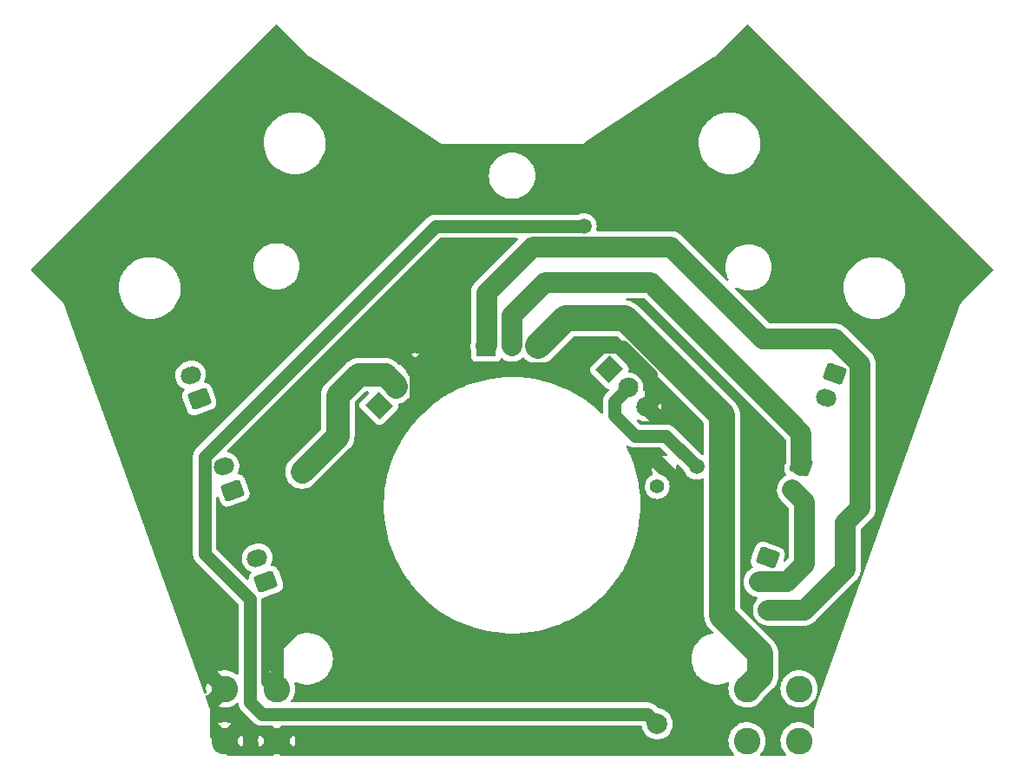
<source format=gbr>
%TF.GenerationSoftware,KiCad,Pcbnew,(6.0.4)*%
%TF.CreationDate,2022-10-09T11:32:06+02:00*%
%TF.ProjectId,V8_controller1.0,56385f63-6f6e-4747-926f-6c6c6572312e,rev?*%
%TF.SameCoordinates,Original*%
%TF.FileFunction,Copper,L2,Bot*%
%TF.FilePolarity,Positive*%
%FSLAX46Y46*%
G04 Gerber Fmt 4.6, Leading zero omitted, Abs format (unit mm)*
G04 Created by KiCad (PCBNEW (6.0.4)) date 2022-10-09 11:32:06*
%MOMM*%
%LPD*%
G01*
G04 APERTURE LIST*
G04 Aperture macros list*
%AMRoundRect*
0 Rectangle with rounded corners*
0 $1 Rounding radius*
0 $2 $3 $4 $5 $6 $7 $8 $9 X,Y pos of 4 corners*
0 Add a 4 corners polygon primitive as box body*
4,1,4,$2,$3,$4,$5,$6,$7,$8,$9,$2,$3,0*
0 Add four circle primitives for the rounded corners*
1,1,$1+$1,$2,$3*
1,1,$1+$1,$4,$5*
1,1,$1+$1,$6,$7*
1,1,$1+$1,$8,$9*
0 Add four rect primitives between the rounded corners*
20,1,$1+$1,$2,$3,$4,$5,0*
20,1,$1+$1,$4,$5,$6,$7,0*
20,1,$1+$1,$6,$7,$8,$9,0*
20,1,$1+$1,$8,$9,$2,$3,0*%
%AMHorizOval*
0 Thick line with rounded ends*
0 $1 width*
0 $2 $3 position (X,Y) of the first rounded end (center of the circle)*
0 $4 $5 position (X,Y) of the second rounded end (center of the circle)*
0 Add line between two ends*
20,1,$1,$2,$3,$4,$5,0*
0 Add two circle primitives to create the rounded ends*
1,1,$1,$2,$3*
1,1,$1,$4,$5*%
%AMRotRect*
0 Rectangle, with rotation*
0 The origin of the aperture is its center*
0 $1 length*
0 $2 width*
0 $3 Rotation angle, in degrees counterclockwise*
0 Add horizontal line*
21,1,$1,$2,0,0,$3*%
G04 Aperture macros list end*
%TA.AperFunction,ComponentPad*%
%ADD10C,2.600000*%
%TD*%
%TA.AperFunction,ComponentPad*%
%ADD11RotRect,1.905000X2.000000X45.000000*%
%TD*%
%TA.AperFunction,ComponentPad*%
%ADD12HorizOval,1.905000X-0.033588X0.033588X0.033588X-0.033588X0*%
%TD*%
%TA.AperFunction,ComponentPad*%
%ADD13RoundRect,0.250000X0.909982X-0.307300X0.499557X0.820331X-0.909982X0.307300X-0.499557X-0.820331X0*%
%TD*%
%TA.AperFunction,ComponentPad*%
%ADD14HorizOval,1.700000X0.140954X0.051303X-0.140954X-0.051303X0*%
%TD*%
%TA.AperFunction,ComponentPad*%
%ADD15RoundRect,0.250000X-0.499557X0.820331X-0.909982X-0.307300X0.499557X-0.820331X0.909982X0.307300X0*%
%TD*%
%TA.AperFunction,ComponentPad*%
%ADD16HorizOval,1.700000X-0.140954X0.051303X0.140954X-0.051303X0*%
%TD*%
%TA.AperFunction,ComponentPad*%
%ADD17R,1.905000X2.000000*%
%TD*%
%TA.AperFunction,ComponentPad*%
%ADD18O,1.905000X2.000000*%
%TD*%
%TA.AperFunction,ComponentPad*%
%ADD19C,1.400000*%
%TD*%
%TA.AperFunction,ComponentPad*%
%ADD20HorizOval,1.400000X0.000000X0.000000X0.000000X0.000000X0*%
%TD*%
%TA.AperFunction,ComponentPad*%
%ADD21RotRect,1.905000X2.000000X315.000000*%
%TD*%
%TA.AperFunction,ComponentPad*%
%ADD22HorizOval,1.905000X-0.033588X-0.033588X0.033588X0.033588X0*%
%TD*%
%TA.AperFunction,ViaPad*%
%ADD23C,2.000000*%
%TD*%
%TA.AperFunction,ViaPad*%
%ADD24C,1.500000*%
%TD*%
%TA.AperFunction,Conductor*%
%ADD25C,1.250000*%
%TD*%
%TA.AperFunction,Conductor*%
%ADD26C,2.000000*%
%TD*%
%TA.AperFunction,Conductor*%
%ADD27C,2.500000*%
%TD*%
%TA.AperFunction,Conductor*%
%ADD28C,2.250000*%
%TD*%
G04 APERTURE END LIST*
D10*
%TO.P,J1,1,Pin_1*%
%TO.N,VCC*%
X122920000Y-123259485D03*
X122920000Y-118179485D03*
X128000000Y-123259485D03*
X128000000Y-118179485D03*
%TD*%
%TO.P,J2,1,Pin_1*%
%TO.N,GNDREF*%
X71954299Y-123259485D03*
X77034299Y-118179485D03*
X71954299Y-118179485D03*
X77034299Y-123259485D03*
%TD*%
D11*
%TO.P,Q2,1,G*%
%TO.N,Net-(C2-Pad1)*%
X87000000Y-90500000D03*
D12*
%TO.P,Q2,2,D*%
%TO.N,Net-(D2-Pad1)*%
X88796051Y-88703949D03*
%TO.P,Q2,3,S*%
%TO.N,GNDREF*%
X90592102Y-86907898D03*
%TD*%
D13*
%TO.P,L2_2,1,1*%
%TO.N,Vdrive*%
X75980726Y-107745364D03*
D14*
%TO.P,L2_2,2,2*%
%TO.N,Net-(D2-Pad1)*%
X75125676Y-105396132D03*
%TD*%
D15*
%TO.P,L1_1,1,1*%
%TO.N,Vdrive*%
X128218033Y-96410198D03*
D16*
%TO.P,L1_1,2,2*%
%TO.N,Net-(D1-Pad1)*%
X127362983Y-98759430D03*
%TD*%
D17*
%TO.P,U1_2,1,ADJ*%
%TO.N,Net-(R1_3-Pad1)*%
X97460000Y-84730000D03*
D18*
%TO.P,U1_2,2,VO*%
%TO.N,Vdrive*%
X100000000Y-84730000D03*
%TO.P,U1_2,3,VI*%
%TO.N,VCC*%
X102540000Y-84730000D03*
%TD*%
D19*
%TO.P,R1_VAR1,1*%
%TO.N,GNDREF*%
X114809528Y-96649578D03*
D20*
%TO.P,R1_VAR1,2*%
%TO.N,Net-(R1_3-Pad1)*%
X114159690Y-98434994D03*
%TD*%
D13*
%TO.P,SW2,1,A*%
%TO.N,VCOM*%
X69482343Y-89891204D03*
D14*
%TO.P,SW2,2,B*%
%TO.N,Net-(R2_SW1-Pad1)*%
X68627293Y-87541972D03*
%TD*%
D21*
%TO.P,Q1,1,G*%
%TO.N,Net-(C1-Pad1)*%
X109500000Y-87000000D03*
D22*
%TO.P,Q1,2,D*%
%TO.N,Net-(D1-Pad1)*%
X111296051Y-88796051D03*
%TO.P,Q1,3,S*%
%TO.N,GNDREF*%
X113092102Y-90592102D03*
%TD*%
D13*
%TO.P,L2_1,1,1*%
%TO.N,Vdrive*%
X72731534Y-98818284D03*
D14*
%TO.P,L2_1,2,2*%
%TO.N,Net-(D2-Pad1)*%
X71876484Y-96469052D03*
%TD*%
D15*
%TO.P,SW1,1,A*%
%TO.N,VCOM*%
X131484325Y-87436132D03*
D16*
%TO.P,SW1,2,B*%
%TO.N,Net-(R1_SW1-Pad1)*%
X130629275Y-89785364D03*
%TD*%
D15*
%TO.P,L1_2,1,1*%
%TO.N,Vdrive*%
X124951741Y-105384262D03*
D16*
%TO.P,L1_2,2,2*%
%TO.N,Net-(D1-Pad1)*%
X124096691Y-107733494D03*
%TD*%
D23*
%TO.N,GNDREF*%
X77301168Y-99589168D03*
D24*
%TO.N,Net-(D1-Pad1)*%
X118000000Y-96500000D03*
D23*
%TO.N,Net-(D2-Pad1)*%
X79500000Y-97000000D03*
%TO.N,Net-(R1_3-Pad1)*%
X125000000Y-110500000D03*
D24*
%TO.N,Net-(R3_1-Pad1)*%
X107000000Y-73000000D03*
D23*
X114169825Y-121612854D03*
%TD*%
D25*
%TO.N,GNDREF*%
X90592102Y-86907898D02*
X106092102Y-86907898D01*
X85500000Y-96500000D02*
X86684202Y-95315798D01*
X84309529Y-97809529D02*
X84250000Y-97750000D01*
X86684202Y-97410743D02*
X86684202Y-95315798D01*
X90606659Y-86922455D02*
X90592102Y-86907898D01*
X85809529Y-96809529D02*
X85500000Y-96500000D01*
X81500000Y-111500000D02*
X85809529Y-107190471D01*
X85809529Y-98285416D02*
X86684202Y-97410743D01*
X79500000Y-111500000D02*
X81500000Y-111500000D01*
X82410832Y-99589168D02*
X84250000Y-97750000D01*
X85809529Y-107190471D02*
X85809529Y-98285416D01*
X77034299Y-113965701D02*
X79500000Y-111500000D01*
X84250000Y-97750000D02*
X85500000Y-96500000D01*
X77034299Y-118179485D02*
X77034299Y-113965701D01*
X89000000Y-92500000D02*
X90606659Y-90893341D01*
X77301168Y-99589168D02*
X82410832Y-99589168D01*
X90606659Y-90893341D02*
X90606659Y-86922455D01*
X89000000Y-93000000D02*
X89000000Y-92500000D01*
X85809529Y-97809529D02*
X85809529Y-96809529D01*
X106092102Y-86907898D02*
X108205146Y-84794854D01*
X86684202Y-95315798D02*
X89000000Y-93000000D01*
X108205146Y-84794854D02*
X110794854Y-84794854D01*
X113500000Y-87500000D02*
X113500000Y-90184204D01*
X110794854Y-84794854D02*
X113500000Y-87500000D01*
X85809529Y-98285416D02*
X85809529Y-97809529D01*
X113500000Y-90184204D02*
X113092102Y-90592102D01*
X85809529Y-97809529D02*
X84309529Y-97809529D01*
%TO.N,Net-(D1-Pad1)*%
X110000000Y-91500000D02*
X110000000Y-90092102D01*
D26*
X128500000Y-99896447D02*
X127362983Y-98759430D01*
D25*
X112000000Y-93500000D02*
X110000000Y-91500000D01*
D26*
X126805737Y-107733494D02*
X128500000Y-106039231D01*
D25*
X110000000Y-90092102D02*
X111296051Y-88796051D01*
X115000000Y-93500000D02*
X112000000Y-93500000D01*
X118000000Y-96500000D02*
X115000000Y-93500000D01*
D26*
X124096691Y-107733494D02*
X126805737Y-107733494D01*
X128500000Y-106039231D02*
X128500000Y-99896447D01*
D27*
%TO.N,VCC*%
X120500000Y-111032377D02*
X120500000Y-91500000D01*
X111000000Y-82000000D02*
X105270000Y-82000000D01*
X120500000Y-91500000D02*
X111000000Y-82000000D01*
X105270000Y-82000000D02*
X102540000Y-84730000D01*
X122920000Y-118179485D02*
X124220000Y-116879485D01*
X124220000Y-114752377D02*
X120500000Y-111032377D01*
X124220000Y-116879485D02*
X124220000Y-114752377D01*
D26*
%TO.N,Vdrive*%
X100000000Y-81730000D02*
X103230000Y-78500000D01*
X128218033Y-93218033D02*
X128218033Y-96410198D01*
X103230000Y-78500000D02*
X113500000Y-78500000D01*
X100000000Y-84730000D02*
X100000000Y-81730000D01*
X113500000Y-78500000D02*
X128218033Y-93218033D01*
D28*
%TO.N,Net-(D2-Pad1)*%
X87592102Y-87500000D02*
X88657139Y-88565037D01*
X83000000Y-89500000D02*
X85000000Y-87500000D01*
X88657139Y-88565037D02*
X88657139Y-88703949D01*
X85000000Y-87500000D02*
X87592102Y-87500000D01*
X79500000Y-97000000D02*
X83000000Y-93500000D01*
X83000000Y-93500000D02*
X83000000Y-89500000D01*
D26*
%TO.N,Net-(R1_3-Pad1)*%
X132500000Y-102000000D02*
X133961763Y-100538237D01*
X132500000Y-106500000D02*
X132500000Y-102000000D01*
X102000000Y-75000000D02*
X97500000Y-79500000D01*
X124500000Y-84000000D02*
X115500000Y-75000000D01*
X133961763Y-86479571D02*
X131482192Y-84000000D01*
X115500000Y-75000000D02*
X102000000Y-75000000D01*
X97500000Y-84690000D02*
X97460000Y-84730000D01*
X131482192Y-84000000D02*
X124500000Y-84000000D01*
X128500000Y-110500000D02*
X132500000Y-106500000D01*
X133961763Y-100538237D02*
X133961763Y-86479571D01*
X97500000Y-79500000D02*
X97500000Y-84690000D01*
X125000000Y-110500000D02*
X128500000Y-110500000D01*
D25*
%TO.N,Net-(R3_1-Pad1)*%
X70000000Y-105000000D02*
X74431961Y-109431961D01*
X74431961Y-119506811D02*
X75587810Y-120662660D01*
X113219631Y-120662660D02*
X114169825Y-121612854D01*
X92500000Y-73000000D02*
X70000000Y-95500000D01*
X107000000Y-73000000D02*
X92500000Y-73000000D01*
X75587810Y-120662660D02*
X113219631Y-120662660D01*
X70000000Y-95500000D02*
X70000000Y-105000000D01*
X74431961Y-109431961D02*
X74431961Y-119506811D01*
%TD*%
%TA.AperFunction,Conductor*%
%TO.N,GNDREF*%
G36*
X123024304Y-53307349D02*
G01*
X123068651Y-53335850D01*
X146922900Y-77190099D01*
X146956385Y-77251422D01*
X146951401Y-77321114D01*
X146922900Y-77365461D01*
X143886227Y-80402134D01*
X143885933Y-80402389D01*
X143885656Y-80402541D01*
X143885000Y-80403199D01*
X143884997Y-80403201D01*
X143807539Y-80480820D01*
X143782767Y-80505643D01*
X143778531Y-80513399D01*
X143769620Y-80529716D01*
X143760018Y-80544647D01*
X143743558Y-80566609D01*
X143740457Y-80574881D01*
X143740456Y-80574883D01*
X143731300Y-80599306D01*
X143730340Y-80601637D01*
X143729122Y-80603867D01*
X143727500Y-80608375D01*
X143718164Y-80634319D01*
X143717597Y-80635862D01*
X143695107Y-80695853D01*
X143695105Y-80695859D01*
X143692429Y-80702998D01*
X143692215Y-80705877D01*
X143691410Y-80708667D01*
X137745801Y-97231441D01*
X129532887Y-120055031D01*
X129531703Y-120058320D01*
X129527272Y-120069033D01*
X129516836Y-120091262D01*
X129508719Y-120108550D01*
X129507198Y-120118319D01*
X129499884Y-120165293D01*
X129498810Y-120171234D01*
X129487224Y-120227469D01*
X129487942Y-120236277D01*
X129491090Y-120274904D01*
X129491500Y-120284977D01*
X129491500Y-121892605D01*
X129471815Y-121959644D01*
X129419011Y-122005399D01*
X129349853Y-122015343D01*
X129282540Y-121982924D01*
X129141317Y-121850076D01*
X129137541Y-121847457D01*
X129137538Y-121847454D01*
X129033353Y-121775178D01*
X128920457Y-121696859D01*
X128916338Y-121694828D01*
X128916335Y-121694826D01*
X128683505Y-121580007D01*
X128683503Y-121580006D01*
X128679376Y-121577971D01*
X128674995Y-121576569D01*
X128674991Y-121576567D01*
X128477512Y-121513354D01*
X128423370Y-121496023D01*
X128158063Y-121452815D01*
X128028879Y-121451124D01*
X127893894Y-121449357D01*
X127893889Y-121449357D01*
X127889284Y-121449297D01*
X127756111Y-121467421D01*
X127627505Y-121484923D01*
X127627501Y-121484924D01*
X127622937Y-121485545D01*
X127618519Y-121486833D01*
X127618513Y-121486834D01*
X127458862Y-121533368D01*
X127364874Y-121560763D01*
X127360706Y-121562685D01*
X127360702Y-121562686D01*
X127198499Y-121637463D01*
X127120763Y-121673300D01*
X127116912Y-121675825D01*
X127116908Y-121675827D01*
X127065947Y-121709239D01*
X126895968Y-121820682D01*
X126842226Y-121868649D01*
X126698857Y-121996610D01*
X126698852Y-121996615D01*
X126695426Y-121999673D01*
X126692486Y-122003208D01*
X126692484Y-122003210D01*
X126682393Y-122015343D01*
X126523544Y-122206339D01*
X126384096Y-122436141D01*
X126382318Y-122440381D01*
X126382315Y-122440387D01*
X126317930Y-122593929D01*
X126280148Y-122684030D01*
X126213981Y-122944562D01*
X126187050Y-123212011D01*
X126187271Y-123216613D01*
X126187271Y-123216615D01*
X126189182Y-123256388D01*
X126199947Y-123480504D01*
X126252388Y-123744141D01*
X126343220Y-123997131D01*
X126470450Y-124233916D01*
X126473198Y-124237596D01*
X126554933Y-124347052D01*
X126631281Y-124449295D01*
X126634548Y-124452534D01*
X126634551Y-124452537D01*
X126720952Y-124538187D01*
X126754704Y-124599364D01*
X126750024Y-124669076D01*
X126708397Y-124725192D01*
X126643040Y-124749894D01*
X126633654Y-124750250D01*
X124291852Y-124750250D01*
X124224813Y-124730565D01*
X124179058Y-124677761D01*
X124169114Y-124608603D01*
X124198624Y-124544491D01*
X124368382Y-124350919D01*
X124513797Y-124124846D01*
X124515689Y-124120646D01*
X124622309Y-123883960D01*
X124622312Y-123883953D01*
X124624199Y-123879763D01*
X124697163Y-123621053D01*
X124714476Y-123484963D01*
X124730694Y-123357485D01*
X124730695Y-123357476D01*
X124731086Y-123354400D01*
X124733571Y-123259485D01*
X124723624Y-123125637D01*
X124713991Y-122996004D01*
X124713990Y-122995997D01*
X124713650Y-122991422D01*
X124706212Y-122958548D01*
X124655340Y-122733724D01*
X124655339Y-122733721D01*
X124654327Y-122729248D01*
X124556902Y-122478723D01*
X124532565Y-122436141D01*
X124425799Y-122249340D01*
X124423518Y-122245349D01*
X124257105Y-122034254D01*
X124061317Y-121850076D01*
X124057541Y-121847457D01*
X124057538Y-121847454D01*
X123953353Y-121775178D01*
X123840457Y-121696859D01*
X123836338Y-121694828D01*
X123836335Y-121694826D01*
X123603505Y-121580007D01*
X123603503Y-121580006D01*
X123599376Y-121577971D01*
X123594995Y-121576569D01*
X123594991Y-121576567D01*
X123397512Y-121513354D01*
X123343370Y-121496023D01*
X123078063Y-121452815D01*
X122948879Y-121451124D01*
X122813894Y-121449357D01*
X122813889Y-121449357D01*
X122809284Y-121449297D01*
X122676111Y-121467421D01*
X122547505Y-121484923D01*
X122547501Y-121484924D01*
X122542937Y-121485545D01*
X122538519Y-121486833D01*
X122538513Y-121486834D01*
X122378862Y-121533368D01*
X122284874Y-121560763D01*
X122280706Y-121562685D01*
X122280702Y-121562686D01*
X122118499Y-121637463D01*
X122040763Y-121673300D01*
X122036912Y-121675825D01*
X122036908Y-121675827D01*
X121985947Y-121709239D01*
X121815968Y-121820682D01*
X121762226Y-121868649D01*
X121618857Y-121996610D01*
X121618852Y-121996615D01*
X121615426Y-121999673D01*
X121612486Y-122003208D01*
X121612484Y-122003210D01*
X121602393Y-122015343D01*
X121443544Y-122206339D01*
X121304096Y-122436141D01*
X121302318Y-122440381D01*
X121302315Y-122440387D01*
X121237930Y-122593929D01*
X121200148Y-122684030D01*
X121133981Y-122944562D01*
X121107050Y-123212011D01*
X121107271Y-123216613D01*
X121107271Y-123216615D01*
X121109182Y-123256388D01*
X121119947Y-123480504D01*
X121172388Y-123744141D01*
X121263220Y-123997131D01*
X121390450Y-124233916D01*
X121393198Y-124237596D01*
X121474933Y-124347052D01*
X121551281Y-124449295D01*
X121554548Y-124452534D01*
X121554551Y-124452537D01*
X121640952Y-124538187D01*
X121674704Y-124599364D01*
X121670024Y-124669076D01*
X121628397Y-124725192D01*
X121563040Y-124749894D01*
X121553654Y-124750250D01*
X77515766Y-124750250D01*
X77448727Y-124730565D01*
X77428085Y-124713931D01*
X77046906Y-124332752D01*
X77033186Y-124325260D01*
X77031380Y-124325389D01*
X77024873Y-124329571D01*
X76640513Y-124713931D01*
X76579190Y-124747416D01*
X76552832Y-124750250D01*
X72435766Y-124750250D01*
X72368727Y-124730565D01*
X72348085Y-124713931D01*
X70894752Y-123260598D01*
X73020074Y-123260598D01*
X73020203Y-123262404D01*
X73024385Y-123268911D01*
X73638289Y-123882815D01*
X73650470Y-123889466D01*
X73655160Y-123885955D01*
X73656136Y-123883790D01*
X73659277Y-123875160D01*
X73729720Y-123625389D01*
X73731552Y-123616386D01*
X73764493Y-123357450D01*
X73764965Y-123351265D01*
X73767288Y-123262595D01*
X73767139Y-123256387D01*
X73764184Y-123216628D01*
X75222071Y-123216628D01*
X75234522Y-123475840D01*
X75235642Y-123484963D01*
X75286273Y-123739497D01*
X75288724Y-123748334D01*
X75334497Y-123875824D01*
X75342676Y-123887035D01*
X75346920Y-123886166D01*
X75347063Y-123886061D01*
X75961032Y-123272092D01*
X75967308Y-123260598D01*
X78100074Y-123260598D01*
X78100203Y-123262404D01*
X78104385Y-123268911D01*
X78718289Y-123882815D01*
X78730470Y-123889466D01*
X78735160Y-123885955D01*
X78736136Y-123883790D01*
X78739277Y-123875160D01*
X78809720Y-123625389D01*
X78811552Y-123616386D01*
X78844493Y-123357450D01*
X78844965Y-123351265D01*
X78847288Y-123262595D01*
X78847139Y-123256387D01*
X78827795Y-122996090D01*
X78826437Y-122987001D01*
X78769162Y-122733884D01*
X78766478Y-122725106D01*
X78734542Y-122642980D01*
X78726072Y-122631987D01*
X78721365Y-122633079D01*
X78107566Y-123246878D01*
X78100074Y-123260598D01*
X75967308Y-123260598D01*
X75968524Y-123258372D01*
X75968395Y-123256566D01*
X75964213Y-123250059D01*
X75352175Y-122638021D01*
X75339994Y-122631370D01*
X75335733Y-122634559D01*
X75316703Y-122679941D01*
X75313789Y-122688649D01*
X75249907Y-122940188D01*
X75248313Y-122949231D01*
X75222312Y-123207439D01*
X75222071Y-123216628D01*
X73764184Y-123216628D01*
X73747795Y-122996090D01*
X73746437Y-122987001D01*
X73689162Y-122733884D01*
X73686478Y-122725106D01*
X73654542Y-122642980D01*
X73646072Y-122631987D01*
X73641365Y-122633079D01*
X73027566Y-123246878D01*
X73020074Y-123260598D01*
X70894752Y-123260598D01*
X70544819Y-122910665D01*
X70511334Y-122849342D01*
X70508500Y-122822984D01*
X70508500Y-121563727D01*
X71323277Y-121563727D01*
X71325005Y-121569531D01*
X71941692Y-122186218D01*
X71955412Y-122193710D01*
X71957218Y-122193581D01*
X71963725Y-122189399D01*
X72576339Y-121576785D01*
X72582990Y-121564604D01*
X72581075Y-121562045D01*
X72579098Y-121561026D01*
X72381934Y-121497913D01*
X72373014Y-121495771D01*
X72116861Y-121454054D01*
X72107710Y-121453254D01*
X71848224Y-121449857D01*
X71839046Y-121450419D01*
X71581909Y-121485413D01*
X71572918Y-121487324D01*
X71329531Y-121558265D01*
X71323277Y-121563727D01*
X70508500Y-121563727D01*
X70508500Y-120288778D01*
X70509042Y-120277197D01*
X70512294Y-120242533D01*
X70512294Y-120242531D01*
X70513119Y-120233736D01*
X70502223Y-120177368D01*
X70501224Y-120171430D01*
X70493080Y-120114563D01*
X70473379Y-120071235D01*
X70469585Y-120061900D01*
X70070889Y-118953929D01*
X70066712Y-118884184D01*
X70100905Y-118823253D01*
X70162612Y-118790481D01*
X70232323Y-118796304D01*
X70260957Y-118807387D01*
X70266920Y-118806166D01*
X70267063Y-118806061D01*
X70881032Y-118192092D01*
X70888524Y-118178372D01*
X70888395Y-118176566D01*
X70884213Y-118170059D01*
X70272175Y-117558021D01*
X70259994Y-117551370D01*
X70255733Y-117554559D01*
X70236703Y-117599941D01*
X70233789Y-117608649D01*
X70169907Y-117860188D01*
X70168313Y-117869231D01*
X70142312Y-118127439D01*
X70142071Y-118136628D01*
X70154522Y-118395840D01*
X70155642Y-118404963D01*
X70180597Y-118530415D01*
X70174370Y-118600007D01*
X70131507Y-118655184D01*
X70065618Y-118678429D01*
X69997621Y-118662362D01*
X69949105Y-118612083D01*
X69942304Y-118596592D01*
X61621140Y-95472180D01*
X68861684Y-95472180D01*
X68862101Y-95478069D01*
X68866190Y-95535822D01*
X68866500Y-95544580D01*
X68866500Y-104893799D01*
X68865565Y-104904879D01*
X68865823Y-104904898D01*
X68865390Y-104910794D01*
X68864402Y-104916607D01*
X68865191Y-104952770D01*
X68866470Y-105011370D01*
X68866500Y-105014075D01*
X68866500Y-105054041D01*
X68866779Y-105056968D01*
X68866780Y-105056986D01*
X68867237Y-105061776D01*
X68867767Y-105070837D01*
X68869121Y-105132848D01*
X68876392Y-105166622D01*
X68878605Y-105180910D01*
X68881887Y-105215315D01*
X68899354Y-105274853D01*
X68901586Y-105283639D01*
X68914644Y-105344295D01*
X68928171Y-105376086D01*
X68933050Y-105389713D01*
X68936867Y-105402723D01*
X68942774Y-105422860D01*
X68970398Y-105476495D01*
X68971176Y-105478006D01*
X68975035Y-105486226D01*
X68999329Y-105543320D01*
X69002628Y-105548220D01*
X69018622Y-105571977D01*
X69025999Y-105584451D01*
X69041809Y-105615148D01*
X69047590Y-105622507D01*
X69080125Y-105663927D01*
X69085470Y-105671270D01*
X69120122Y-105722740D01*
X69123945Y-105726956D01*
X69145227Y-105748238D01*
X69155059Y-105759322D01*
X69175417Y-105785239D01*
X69219851Y-105823797D01*
X69223617Y-105827065D01*
X69230028Y-105833039D01*
X73262142Y-109865153D01*
X73295627Y-109926476D01*
X73298461Y-109952834D01*
X73298461Y-116675448D01*
X73278776Y-116742487D01*
X73225972Y-116788242D01*
X73156814Y-116798186D01*
X73096425Y-116771814D01*
X73091520Y-116767842D01*
X72878278Y-116619911D01*
X72870380Y-116615258D01*
X72637617Y-116500472D01*
X72629102Y-116497032D01*
X72381934Y-116417913D01*
X72373014Y-116415771D01*
X72116861Y-116374054D01*
X72107710Y-116373254D01*
X71848224Y-116369857D01*
X71839046Y-116370419D01*
X71581909Y-116405413D01*
X71572918Y-116407324D01*
X71329531Y-116478265D01*
X71323277Y-116483727D01*
X71325005Y-116489531D01*
X72927278Y-118091804D01*
X72960763Y-118153127D01*
X72955779Y-118222819D01*
X72927278Y-118267166D01*
X71333573Y-119860871D01*
X71326922Y-119873052D01*
X71329348Y-119876294D01*
X71329957Y-119876618D01*
X71480695Y-119929258D01*
X71489565Y-119931635D01*
X71744538Y-119980043D01*
X71753651Y-119981081D01*
X72012967Y-119991270D01*
X72022154Y-119990949D01*
X72280134Y-119962696D01*
X72289150Y-119961025D01*
X72540132Y-119894946D01*
X72548804Y-119891960D01*
X72787249Y-119789517D01*
X72795401Y-119785273D01*
X73016081Y-119648711D01*
X73023507Y-119643316D01*
X73101136Y-119577598D01*
X73165021Y-119549306D01*
X73234060Y-119560045D01*
X73286335Y-119606404D01*
X73302476Y-119646136D01*
X73308350Y-119673415D01*
X73310566Y-119687721D01*
X73313848Y-119722126D01*
X73331315Y-119781664D01*
X73333547Y-119790450D01*
X73346605Y-119851106D01*
X73360132Y-119882897D01*
X73365011Y-119896524D01*
X73371499Y-119918639D01*
X73374735Y-119929671D01*
X73391740Y-119962688D01*
X73403137Y-119984817D01*
X73406996Y-119993037D01*
X73431290Y-120050131D01*
X73434589Y-120055031D01*
X73450583Y-120078788D01*
X73457960Y-120091262D01*
X73473770Y-120121959D01*
X73477414Y-120126598D01*
X73512086Y-120170738D01*
X73517433Y-120178084D01*
X73544854Y-120218813D01*
X73552083Y-120229551D01*
X73555906Y-120233767D01*
X73577188Y-120255049D01*
X73587020Y-120266133D01*
X73600250Y-120282975D01*
X73607378Y-120292050D01*
X73655578Y-120333876D01*
X73661989Y-120339850D01*
X74711209Y-121389070D01*
X74718385Y-121397570D01*
X74718582Y-121397400D01*
X74722440Y-121401870D01*
X74725853Y-121406681D01*
X74730113Y-121410759D01*
X74794363Y-121472265D01*
X74796296Y-121474157D01*
X74824517Y-121502378D01*
X74826791Y-121504256D01*
X74826800Y-121504264D01*
X74830496Y-121507316D01*
X74837284Y-121513354D01*
X74877829Y-121552168D01*
X74877840Y-121552177D01*
X74882095Y-121556250D01*
X74902664Y-121569531D01*
X74911107Y-121574983D01*
X74922799Y-121583541D01*
X74944879Y-121601775D01*
X74944888Y-121601781D01*
X74949435Y-121605536D01*
X74954616Y-121608367D01*
X74954618Y-121608368D01*
X75003876Y-121635280D01*
X75011687Y-121639927D01*
X75058834Y-121670370D01*
X75058843Y-121670375D01*
X75063801Y-121673576D01*
X75095838Y-121686487D01*
X75108931Y-121692677D01*
X75121381Y-121699479D01*
X75139245Y-121709239D01*
X75144867Y-121711039D01*
X75144868Y-121711039D01*
X75198327Y-121728151D01*
X75206860Y-121731231D01*
X75264414Y-121754426D01*
X75298315Y-121761046D01*
X75312351Y-121764650D01*
X75339615Y-121773377D01*
X75339617Y-121773378D01*
X75345242Y-121775178D01*
X75401839Y-121781977D01*
X75406826Y-121782576D01*
X75415803Y-121783990D01*
X75472318Y-121795027D01*
X75472320Y-121795027D01*
X75476697Y-121795882D01*
X75482381Y-121796160D01*
X75512477Y-121796160D01*
X75527267Y-121797045D01*
X75559989Y-121800976D01*
X75601955Y-121798005D01*
X75623631Y-121796470D01*
X75632389Y-121796160D01*
X76580272Y-121796160D01*
X76647311Y-121815845D01*
X76667953Y-121832479D01*
X77021692Y-122186218D01*
X77035412Y-122193710D01*
X77037218Y-122193581D01*
X77043725Y-122189399D01*
X77400645Y-121832479D01*
X77461968Y-121798994D01*
X77488326Y-121796160D01*
X112564715Y-121796160D01*
X112631754Y-121815845D01*
X112677509Y-121868649D01*
X112685288Y-121891211D01*
X112730720Y-122080448D01*
X112821585Y-122299817D01*
X112945649Y-122502270D01*
X113099856Y-122682823D01*
X113280409Y-122837030D01*
X113381636Y-122899062D01*
X113448747Y-122940188D01*
X113482862Y-122961094D01*
X113702231Y-123051959D01*
X113785312Y-123071905D01*
X113928380Y-123106253D01*
X113928386Y-123106254D01*
X113933114Y-123107389D01*
X113937964Y-123107771D01*
X113937966Y-123107771D01*
X114164971Y-123125637D01*
X114169825Y-123126019D01*
X114174679Y-123125637D01*
X114401684Y-123107771D01*
X114401686Y-123107771D01*
X114406536Y-123107389D01*
X114411264Y-123106254D01*
X114411270Y-123106253D01*
X114554338Y-123071905D01*
X114637419Y-123051959D01*
X114856788Y-122961094D01*
X114890904Y-122940188D01*
X114958014Y-122899062D01*
X115059241Y-122837030D01*
X115239794Y-122682823D01*
X115394001Y-122502270D01*
X115518065Y-122299817D01*
X115608930Y-122080448D01*
X115632344Y-121982923D01*
X115663224Y-121854299D01*
X115663225Y-121854293D01*
X115664360Y-121849565D01*
X115675263Y-121711039D01*
X115682608Y-121617708D01*
X115682990Y-121612854D01*
X115675159Y-121513354D01*
X115664742Y-121380995D01*
X115664742Y-121380993D01*
X115664360Y-121376143D01*
X115663225Y-121371415D01*
X115663224Y-121371409D01*
X115610066Y-121149993D01*
X115608930Y-121145260D01*
X115518065Y-120925891D01*
X115394001Y-120723438D01*
X115239794Y-120542885D01*
X115059241Y-120388678D01*
X114890017Y-120284977D01*
X114860943Y-120267160D01*
X114860941Y-120267159D01*
X114856788Y-120264614D01*
X114637419Y-120173749D01*
X114554338Y-120153803D01*
X114411270Y-120119455D01*
X114411264Y-120119454D01*
X114406536Y-120118319D01*
X114401688Y-120117937D01*
X114401685Y-120117937D01*
X114312949Y-120110953D01*
X114247661Y-120086069D01*
X114234998Y-120075016D01*
X114096232Y-119936250D01*
X114089056Y-119927750D01*
X114088859Y-119927920D01*
X114085001Y-119923450D01*
X114081588Y-119918639D01*
X114013078Y-119853055D01*
X114011145Y-119851163D01*
X113982924Y-119822942D01*
X113980650Y-119821064D01*
X113980641Y-119821056D01*
X113976945Y-119818004D01*
X113970157Y-119811966D01*
X113929612Y-119773152D01*
X113929601Y-119773143D01*
X113925346Y-119769070D01*
X113904719Y-119755752D01*
X113896334Y-119750337D01*
X113884642Y-119741779D01*
X113862562Y-119723545D01*
X113862553Y-119723539D01*
X113858006Y-119719784D01*
X113848802Y-119714755D01*
X113803565Y-119690040D01*
X113795754Y-119685393D01*
X113748607Y-119654950D01*
X113748598Y-119654945D01*
X113743640Y-119651744D01*
X113711603Y-119638833D01*
X113698510Y-119632643D01*
X113673378Y-119618912D01*
X113673376Y-119618911D01*
X113668196Y-119616081D01*
X113637438Y-119606236D01*
X113609115Y-119597169D01*
X113600567Y-119594083D01*
X113548506Y-119573102D01*
X113548505Y-119573102D01*
X113543027Y-119570894D01*
X113509128Y-119564274D01*
X113495098Y-119560672D01*
X113462199Y-119550141D01*
X113456344Y-119549438D01*
X113456341Y-119549437D01*
X113424807Y-119545649D01*
X113400599Y-119542741D01*
X113391641Y-119541330D01*
X113330744Y-119529438D01*
X113325060Y-119529160D01*
X113294964Y-119529160D01*
X113280175Y-119528275D01*
X113276685Y-119527856D01*
X113247451Y-119524344D01*
X113237508Y-119525048D01*
X113183809Y-119528850D01*
X113175051Y-119529160D01*
X78529220Y-119529160D01*
X78462181Y-119509475D01*
X78416426Y-119456671D01*
X78406482Y-119387513D01*
X78435991Y-119323402D01*
X78479249Y-119274075D01*
X78484768Y-119266751D01*
X78625166Y-119048478D01*
X78629546Y-119040412D01*
X78736136Y-118803789D01*
X78739278Y-118795155D01*
X78809720Y-118545389D01*
X78811552Y-118536386D01*
X78844493Y-118277450D01*
X78844965Y-118271265D01*
X78847288Y-118182595D01*
X78847139Y-118176387D01*
X78827795Y-117916090D01*
X78826437Y-117907001D01*
X78775157Y-117680378D01*
X78779560Y-117610647D01*
X78820964Y-117554366D01*
X78886223Y-117529405D01*
X78941746Y-117537719D01*
X79219667Y-117647756D01*
X79219676Y-117647759D01*
X79223298Y-117649193D01*
X79227071Y-117650162D01*
X79227078Y-117650164D01*
X79394913Y-117693256D01*
X79529025Y-117727690D01*
X79532888Y-117728178D01*
X79838313Y-117766762D01*
X79838319Y-117766762D01*
X79842179Y-117767250D01*
X80157821Y-117767250D01*
X80161681Y-117766762D01*
X80161687Y-117766762D01*
X80467112Y-117728178D01*
X80470975Y-117727690D01*
X80605087Y-117693256D01*
X80772922Y-117650164D01*
X80772929Y-117650162D01*
X80776702Y-117649193D01*
X80964789Y-117574724D01*
X81066561Y-117534430D01*
X81066568Y-117534427D01*
X81070179Y-117532997D01*
X81346779Y-117380934D01*
X81349922Y-117378650D01*
X81349929Y-117378646D01*
X81598984Y-117197697D01*
X81602140Y-117195404D01*
X81832233Y-116979332D01*
X81847425Y-116960969D01*
X82030957Y-116739117D01*
X82030958Y-116739115D01*
X82033432Y-116736125D01*
X82202562Y-116469619D01*
X82292988Y-116277454D01*
X82335297Y-116187542D01*
X82335298Y-116187539D01*
X82336956Y-116184016D01*
X82347654Y-116151091D01*
X82433290Y-115887532D01*
X82433292Y-115887525D01*
X82434495Y-115883822D01*
X82493641Y-115573770D01*
X82513460Y-115258750D01*
X82493641Y-114943730D01*
X82434495Y-114633678D01*
X82398221Y-114522036D01*
X82338161Y-114337192D01*
X82338160Y-114337189D01*
X82336956Y-114333484D01*
X82202562Y-114047881D01*
X82033432Y-113781375D01*
X82030957Y-113778383D01*
X81834712Y-113541164D01*
X81834708Y-113541160D01*
X81832233Y-113538168D01*
X81602140Y-113322096D01*
X81598984Y-113319803D01*
X81349929Y-113138854D01*
X81349922Y-113138850D01*
X81346779Y-113136566D01*
X81070179Y-112984503D01*
X81066568Y-112983073D01*
X81066561Y-112983070D01*
X80896572Y-112915767D01*
X80776702Y-112868307D01*
X80772929Y-112867338D01*
X80772922Y-112867336D01*
X80582316Y-112818397D01*
X80470975Y-112789810D01*
X80464263Y-112788962D01*
X80161687Y-112750738D01*
X80161681Y-112750738D01*
X80157821Y-112750250D01*
X79842179Y-112750250D01*
X79838319Y-112750738D01*
X79838313Y-112750738D01*
X79535737Y-112788962D01*
X79529025Y-112789810D01*
X79417684Y-112818397D01*
X79227078Y-112867336D01*
X79227071Y-112867338D01*
X79223298Y-112868307D01*
X79103428Y-112915767D01*
X78933439Y-112983070D01*
X78933432Y-112983073D01*
X78929821Y-112984503D01*
X78653221Y-113136566D01*
X78650078Y-113138850D01*
X78650071Y-113138854D01*
X78401016Y-113319803D01*
X78397860Y-113322096D01*
X78167767Y-113538168D01*
X78165292Y-113541160D01*
X78165288Y-113541164D01*
X77969043Y-113778383D01*
X77966568Y-113781375D01*
X77797438Y-114047881D01*
X77663044Y-114333484D01*
X77661840Y-114337189D01*
X77661839Y-114337192D01*
X77601780Y-114522036D01*
X77565505Y-114633678D01*
X77506359Y-114943730D01*
X77488833Y-115222309D01*
X77486540Y-115258750D01*
X77506359Y-115573770D01*
X77565505Y-115883822D01*
X77566708Y-115887525D01*
X77566710Y-115887532D01*
X77652346Y-116151091D01*
X77663044Y-116184016D01*
X77664702Y-116187539D01*
X77664703Y-116187542D01*
X77707012Y-116277454D01*
X77717744Y-116346494D01*
X77689447Y-116410377D01*
X77631104Y-116448820D01*
X77557010Y-116448347D01*
X77461934Y-116417913D01*
X77453014Y-116415771D01*
X77196861Y-116374054D01*
X77187710Y-116373254D01*
X76928224Y-116369857D01*
X76919046Y-116370419D01*
X76661909Y-116405413D01*
X76652918Y-116407324D01*
X76409531Y-116478265D01*
X76403277Y-116483727D01*
X76405005Y-116489531D01*
X78007278Y-118091804D01*
X78040763Y-118153127D01*
X78035779Y-118222819D01*
X78007278Y-118267166D01*
X77121980Y-119152464D01*
X77060657Y-119185949D01*
X76990965Y-119180965D01*
X76946618Y-119152464D01*
X75601780Y-117807626D01*
X75568295Y-117746303D01*
X75565461Y-117719945D01*
X75565461Y-109538162D01*
X75566396Y-109527082D01*
X75566138Y-109527063D01*
X75566571Y-109521167D01*
X75567559Y-109515354D01*
X75565635Y-109427188D01*
X75583852Y-109359735D01*
X75635645Y-109312839D01*
X75659290Y-109304246D01*
X75667292Y-109302228D01*
X75693230Y-109295689D01*
X75696193Y-109294610D01*
X75696198Y-109294609D01*
X76318703Y-109068036D01*
X77197490Y-108748184D01*
X77256067Y-108719710D01*
X77287028Y-108704661D01*
X77287030Y-108704660D01*
X77293125Y-108701697D01*
X77313627Y-108685418D01*
X77426001Y-108596192D01*
X77426005Y-108596188D01*
X77431641Y-108591713D01*
X77541140Y-108452813D01*
X77549299Y-108435278D01*
X77612710Y-108298982D01*
X77612711Y-108298979D01*
X77615749Y-108292449D01*
X77651466Y-108119222D01*
X77646372Y-107942425D01*
X77620702Y-107840603D01*
X77526289Y-107581204D01*
X77176898Y-106621262D01*
X77176897Y-106621261D01*
X77175802Y-106618251D01*
X77171547Y-106609496D01*
X77149777Y-106564711D01*
X77129316Y-106522616D01*
X77074132Y-106453116D01*
X77023811Y-106389740D01*
X77023807Y-106389736D01*
X77019332Y-106384100D01*
X76880432Y-106274600D01*
X76720068Y-106199992D01*
X76602804Y-106175814D01*
X76549965Y-106164919D01*
X76488281Y-106132102D01*
X76454132Y-106071147D01*
X76458359Y-106001405D01*
X76463889Y-105988436D01*
X76519997Y-105875159D01*
X76535172Y-105844522D01*
X76552902Y-105785239D01*
X76599726Y-105628668D01*
X76599726Y-105628667D01*
X76601229Y-105623642D01*
X76602265Y-105615148D01*
X76615383Y-105507531D01*
X76629126Y-105394790D01*
X76626823Y-105346832D01*
X76619407Y-105192459D01*
X76618065Y-105164510D01*
X76597384Y-105070837D01*
X76569495Y-104944516D01*
X76569494Y-104944512D01*
X76568362Y-104939386D01*
X76559090Y-104916607D01*
X76489583Y-104745860D01*
X76481439Y-104725854D01*
X76359781Y-104530020D01*
X76242371Y-104397545D01*
X76210346Y-104361411D01*
X76210343Y-104361408D01*
X76206866Y-104357485D01*
X76027067Y-104213181D01*
X75825524Y-104101233D01*
X75724036Y-104065593D01*
X75612957Y-104026585D01*
X75612953Y-104026584D01*
X75608001Y-104024845D01*
X75449359Y-103997870D01*
X75385900Y-103987080D01*
X75385899Y-103987080D01*
X75380718Y-103986199D01*
X75265559Y-103986299D01*
X75155425Y-103986395D01*
X75155420Y-103986395D01*
X75150172Y-103986400D01*
X74922956Y-104025443D01*
X74899871Y-104032633D01*
X74898511Y-104033128D01*
X74898508Y-104033129D01*
X74845287Y-104052500D01*
X74465689Y-104190662D01*
X74463307Y-104191765D01*
X74463305Y-104191766D01*
X74313976Y-104260924D01*
X74313973Y-104260925D01*
X74309209Y-104263132D01*
X74304880Y-104266113D01*
X74123654Y-104390898D01*
X74123650Y-104390901D01*
X74119324Y-104393880D01*
X73954183Y-104554753D01*
X73818508Y-104741150D01*
X73716180Y-104947742D01*
X73714677Y-104952767D01*
X73714676Y-104952770D01*
X73682076Y-105061776D01*
X73650122Y-105168622D01*
X73622226Y-105397474D01*
X73633286Y-105627754D01*
X73634418Y-105632880D01*
X73634418Y-105632882D01*
X73662334Y-105759322D01*
X73682990Y-105852878D01*
X73684967Y-105857734D01*
X73684968Y-105857738D01*
X73718102Y-105939132D01*
X73769913Y-106066410D01*
X73891571Y-106262244D01*
X73902522Y-106274600D01*
X74031225Y-106419816D01*
X74044486Y-106434779D01*
X74224285Y-106579083D01*
X74300221Y-106621262D01*
X74416841Y-106686039D01*
X74425828Y-106691031D01*
X74430778Y-106692769D01*
X74430784Y-106692772D01*
X74471956Y-106707230D01*
X74528687Y-106748015D01*
X74554361Y-106812997D01*
X74540829Y-106881543D01*
X74528251Y-106900993D01*
X74424772Y-107032257D01*
X74420312Y-107037915D01*
X74417275Y-107044443D01*
X74417273Y-107044446D01*
X74353220Y-107182121D01*
X74345703Y-107198279D01*
X74344248Y-107205336D01*
X74344247Y-107205339D01*
X74331784Y-107265785D01*
X74309986Y-107371506D01*
X74310953Y-107405059D01*
X74293207Y-107472638D01*
X74241743Y-107519895D01*
X74172900Y-107531826D01*
X74108535Y-107504644D01*
X74099323Y-107496312D01*
X71169819Y-104566808D01*
X71136334Y-104505485D01*
X71133500Y-104479127D01*
X71133500Y-99541519D01*
X71153185Y-99474480D01*
X71205989Y-99428725D01*
X71275147Y-99418781D01*
X71338703Y-99447806D01*
X71374022Y-99499108D01*
X71385772Y-99531391D01*
X71530517Y-99929073D01*
X71536458Y-99945397D01*
X71582944Y-100041032D01*
X71587163Y-100046346D01*
X71587164Y-100046347D01*
X71688449Y-100173908D01*
X71688453Y-100173912D01*
X71692928Y-100179548D01*
X71831828Y-100289048D01*
X71992192Y-100363656D01*
X72165419Y-100399373D01*
X72172616Y-100399166D01*
X72172620Y-100399166D01*
X72335456Y-100394475D01*
X72335458Y-100394475D01*
X72342217Y-100394280D01*
X72444038Y-100368609D01*
X72447001Y-100367530D01*
X72447006Y-100367529D01*
X73360823Y-100034927D01*
X73948298Y-99821104D01*
X74006875Y-99792630D01*
X74037836Y-99777581D01*
X74037838Y-99777580D01*
X74043933Y-99774617D01*
X74074065Y-99750692D01*
X74176809Y-99669112D01*
X74176813Y-99669108D01*
X74182449Y-99664633D01*
X74186908Y-99658977D01*
X74287488Y-99531391D01*
X74287489Y-99531389D01*
X74291948Y-99525733D01*
X74304336Y-99499108D01*
X74363518Y-99371902D01*
X74363519Y-99371899D01*
X74366557Y-99365369D01*
X74402274Y-99192142D01*
X74401562Y-99167404D01*
X74397375Y-99022108D01*
X74397375Y-99022107D01*
X74397180Y-99015345D01*
X74371510Y-98913523D01*
X74263673Y-98617242D01*
X73927706Y-97694182D01*
X73927705Y-97694181D01*
X73926610Y-97691171D01*
X73880124Y-97595536D01*
X73857436Y-97566962D01*
X73774619Y-97462660D01*
X73774615Y-97462656D01*
X73770140Y-97457020D01*
X73631240Y-97347520D01*
X73470876Y-97272912D01*
X73312747Y-97240308D01*
X73300773Y-97237839D01*
X73239089Y-97205022D01*
X73204940Y-97144067D01*
X73209167Y-97074325D01*
X73214697Y-97061356D01*
X73245087Y-97000000D01*
X77861448Y-97000000D01*
X77861830Y-97004854D01*
X77874834Y-97170074D01*
X77881622Y-97256326D01*
X77882757Y-97261053D01*
X77882758Y-97261060D01*
X77928734Y-97452561D01*
X77941645Y-97506340D01*
X77943509Y-97510840D01*
X78037384Y-97737474D01*
X78040040Y-97743887D01*
X78174384Y-97963116D01*
X78341369Y-98158631D01*
X78536884Y-98325616D01*
X78756113Y-98459960D01*
X78760613Y-98461824D01*
X78760617Y-98461826D01*
X78966452Y-98547085D01*
X78993660Y-98558355D01*
X78998396Y-98559492D01*
X79238940Y-98617242D01*
X79238947Y-98617243D01*
X79243674Y-98618378D01*
X79248524Y-98618760D01*
X79248526Y-98618760D01*
X79495146Y-98638170D01*
X79500000Y-98638552D01*
X79504854Y-98638170D01*
X79751474Y-98618760D01*
X79751476Y-98618760D01*
X79756326Y-98618378D01*
X79761053Y-98617243D01*
X79761060Y-98617242D01*
X80001604Y-98559492D01*
X80006340Y-98558355D01*
X80033548Y-98547085D01*
X80239383Y-98461826D01*
X80239387Y-98461824D01*
X80243887Y-98459960D01*
X80463116Y-98325616D01*
X80609677Y-98200441D01*
X84106230Y-94703888D01*
X84113368Y-94697289D01*
X84158631Y-94658631D01*
X84317231Y-94472934D01*
X84325616Y-94463117D01*
X84459960Y-94243887D01*
X84558355Y-94006340D01*
X84598533Y-93838988D01*
X84617242Y-93761060D01*
X84617243Y-93761056D01*
X84618378Y-93756327D01*
X84638551Y-93500000D01*
X84633882Y-93440674D01*
X84633500Y-93430945D01*
X84633500Y-90227980D01*
X84653185Y-90160941D01*
X84669819Y-90140299D01*
X85640299Y-89169819D01*
X85701622Y-89136334D01*
X85727980Y-89133500D01*
X85933797Y-89133500D01*
X86000836Y-89153185D01*
X86046591Y-89205989D01*
X86056535Y-89275147D01*
X86027510Y-89338703D01*
X86021478Y-89345181D01*
X85225774Y-90140885D01*
X85223666Y-90143507D01*
X85223665Y-90143508D01*
X85209649Y-90160941D01*
X85186582Y-90189630D01*
X85183364Y-90196707D01*
X85183363Y-90196709D01*
X85130823Y-90312266D01*
X85126294Y-90322226D01*
X85125042Y-90330969D01*
X85125041Y-90330972D01*
X85109138Y-90442022D01*
X85105645Y-90466412D01*
X85106897Y-90475154D01*
X85124995Y-90601528D01*
X85126294Y-90610599D01*
X85129950Y-90618641D01*
X85129951Y-90618643D01*
X85183363Y-90736116D01*
X85186582Y-90743195D01*
X85191454Y-90749255D01*
X85191455Y-90749256D01*
X85195521Y-90754313D01*
X85225774Y-90791940D01*
X86708060Y-92274226D01*
X86756805Y-92313418D01*
X86763882Y-92316636D01*
X86763884Y-92316637D01*
X86881357Y-92370049D01*
X86881359Y-92370050D01*
X86889401Y-92373706D01*
X86898144Y-92374958D01*
X86898147Y-92374959D01*
X87024846Y-92393103D01*
X87033588Y-92394355D01*
X87042330Y-92393103D01*
X87169028Y-92374959D01*
X87169031Y-92374958D01*
X87177774Y-92373706D01*
X87185816Y-92370050D01*
X87185818Y-92370049D01*
X87303291Y-92316637D01*
X87303293Y-92316636D01*
X87310370Y-92313418D01*
X87359115Y-92274226D01*
X88774226Y-90859115D01*
X88813418Y-90810370D01*
X88816637Y-90803291D01*
X88870049Y-90685818D01*
X88870050Y-90685816D01*
X88873706Y-90677774D01*
X88882201Y-90618460D01*
X88893103Y-90542330D01*
X88894355Y-90533588D01*
X88892593Y-90521281D01*
X88881751Y-90445573D01*
X88891734Y-90376420D01*
X88937518Y-90323642D01*
X88975551Y-90307422D01*
X89163479Y-90262304D01*
X89210059Y-90243010D01*
X89396522Y-90165775D01*
X89396526Y-90165773D01*
X89401026Y-90163909D01*
X89620255Y-90029565D01*
X89815770Y-89862580D01*
X89982755Y-89667065D01*
X90117099Y-89447836D01*
X90157377Y-89350598D01*
X90161355Y-89341950D01*
X90184669Y-89295995D01*
X90184672Y-89295987D01*
X90186972Y-89291454D01*
X90201593Y-89245079D01*
X90205288Y-89234926D01*
X90215494Y-89210289D01*
X90223839Y-89175530D01*
X90226151Y-89167192D01*
X90257682Y-89067188D01*
X90259214Y-89062329D01*
X90270327Y-88984247D01*
X90272511Y-88972796D01*
X90275517Y-88960275D01*
X90277412Y-88936198D01*
X90278264Y-88928476D01*
X90293065Y-88824481D01*
X90290671Y-88718977D01*
X90290639Y-88716164D01*
X90290639Y-88634101D01*
X90291021Y-88624372D01*
X90295309Y-88569891D01*
X90295691Y-88565037D01*
X90292654Y-88526450D01*
X90307018Y-88458073D01*
X90356069Y-88408316D01*
X90424234Y-88392977D01*
X90432245Y-88393754D01*
X90442030Y-88395025D01*
X90671756Y-88405858D01*
X90681886Y-88405505D01*
X90910307Y-88378671D01*
X90920240Y-88376669D01*
X90965171Y-88363700D01*
X90976880Y-88356251D01*
X90976569Y-88354017D01*
X90974352Y-88350808D01*
X89532555Y-86909011D01*
X91657877Y-86909011D01*
X91658006Y-86910817D01*
X91662188Y-86917324D01*
X92031682Y-87286818D01*
X92043863Y-87293469D01*
X92046307Y-87291640D01*
X92047441Y-87289430D01*
X92053243Y-87271027D01*
X92055494Y-87261123D01*
X92087898Y-87033440D01*
X92088499Y-87023310D01*
X92083282Y-86793390D01*
X92082221Y-86783296D01*
X92039520Y-86557309D01*
X92036828Y-86547534D01*
X92036606Y-86546927D01*
X92028356Y-86535763D01*
X92023972Y-86536688D01*
X91665369Y-86895291D01*
X91657877Y-86909011D01*
X89532555Y-86909011D01*
X89152522Y-86528978D01*
X89140341Y-86522327D01*
X89120356Y-86537288D01*
X89095741Y-86563207D01*
X89027874Y-86579815D01*
X88961802Y-86557095D01*
X88945845Y-86543625D01*
X88795990Y-86393770D01*
X88789391Y-86386632D01*
X88750733Y-86341369D01*
X88555218Y-86174384D01*
X88335989Y-86040040D01*
X88331489Y-86038176D01*
X88331485Y-86038174D01*
X88102942Y-85943509D01*
X88098442Y-85941645D01*
X88058772Y-85932121D01*
X87853162Y-85882758D01*
X87853155Y-85882757D01*
X87848428Y-85881622D01*
X87843578Y-85881240D01*
X87843576Y-85881240D01*
X87596956Y-85861830D01*
X87592102Y-85861448D01*
X87587248Y-85861830D01*
X87532767Y-85866118D01*
X87523038Y-85866500D01*
X85069064Y-85866500D01*
X85059335Y-85866118D01*
X85004854Y-85861830D01*
X85000000Y-85861448D01*
X84995146Y-85861830D01*
X84748526Y-85881240D01*
X84748524Y-85881240D01*
X84743674Y-85881622D01*
X84738947Y-85882757D01*
X84738940Y-85882758D01*
X84533330Y-85932121D01*
X84493660Y-85941645D01*
X84489160Y-85943509D01*
X84260617Y-86038174D01*
X84260613Y-86038176D01*
X84256113Y-86040040D01*
X84036884Y-86174384D01*
X83841369Y-86341369D01*
X83802711Y-86386632D01*
X83796112Y-86393770D01*
X81893770Y-88296112D01*
X81886632Y-88302711D01*
X81841369Y-88341369D01*
X81838208Y-88345070D01*
X81838207Y-88345071D01*
X81737388Y-88463116D01*
X81680315Y-88529940D01*
X81674384Y-88536884D01*
X81540040Y-88756113D01*
X81538176Y-88760613D01*
X81538174Y-88760617D01*
X81474948Y-88913259D01*
X81441645Y-88993660D01*
X81440508Y-88998396D01*
X81382758Y-89238940D01*
X81382757Y-89238947D01*
X81381622Y-89243674D01*
X81381240Y-89248524D01*
X81381240Y-89248526D01*
X81365090Y-89453727D01*
X81361448Y-89500000D01*
X81361830Y-89504854D01*
X81366118Y-89559335D01*
X81366500Y-89569064D01*
X81366500Y-92772020D01*
X81346815Y-92839059D01*
X81330181Y-92859701D01*
X78299559Y-95890323D01*
X78174384Y-96036884D01*
X78040040Y-96256113D01*
X78038176Y-96260613D01*
X78038174Y-96260617D01*
X78016750Y-96312340D01*
X77941645Y-96493660D01*
X77940508Y-96498396D01*
X77882758Y-96738940D01*
X77882757Y-96738947D01*
X77881622Y-96743674D01*
X77881240Y-96748524D01*
X77881240Y-96748526D01*
X77866408Y-96936979D01*
X77861448Y-97000000D01*
X73245087Y-97000000D01*
X73278731Y-96932076D01*
X73285980Y-96917442D01*
X73287625Y-96911944D01*
X73350534Y-96701588D01*
X73350534Y-96701587D01*
X73352037Y-96696562D01*
X73358692Y-96641973D01*
X73375335Y-96505437D01*
X73379934Y-96467710D01*
X73368873Y-96237430D01*
X73347774Y-96141864D01*
X73320303Y-96017436D01*
X73320302Y-96017432D01*
X73319170Y-96012306D01*
X73232247Y-95798774D01*
X73171888Y-95701614D01*
X73113358Y-95607397D01*
X73113357Y-95607396D01*
X73110589Y-95602940D01*
X72981610Y-95457412D01*
X72961154Y-95434331D01*
X72961151Y-95434328D01*
X72957674Y-95430405D01*
X72777875Y-95286101D01*
X72576332Y-95174153D01*
X72474844Y-95138513D01*
X72363765Y-95099505D01*
X72363761Y-95099504D01*
X72358809Y-95097765D01*
X72293216Y-95086612D01*
X72230429Y-95055970D01*
X72194172Y-94996244D01*
X72195962Y-94926397D01*
X72226324Y-94876687D01*
X81643466Y-85459545D01*
X90207324Y-85459545D01*
X90207635Y-85461779D01*
X90209852Y-85464988D01*
X90579495Y-85834631D01*
X90593215Y-85842123D01*
X90595021Y-85841994D01*
X90601528Y-85837812D01*
X90957870Y-85481470D01*
X90964512Y-85469307D01*
X90957348Y-85466048D01*
X90752239Y-85422077D01*
X90742182Y-85420771D01*
X90512461Y-85409937D01*
X90502306Y-85410292D01*
X90273898Y-85437125D01*
X90263962Y-85439128D01*
X90219033Y-85452096D01*
X90207324Y-85459545D01*
X81643466Y-85459545D01*
X92933192Y-74169819D01*
X92994515Y-74136334D01*
X93020873Y-74133500D01*
X100433797Y-74133500D01*
X100500836Y-74153185D01*
X100546591Y-74205989D01*
X100556535Y-74275147D01*
X100527510Y-74338703D01*
X100521478Y-74345181D01*
X96450294Y-78416365D01*
X96447812Y-78418779D01*
X96375319Y-78487332D01*
X96345259Y-78526650D01*
X96327557Y-78549803D01*
X96323501Y-78554830D01*
X96272530Y-78614720D01*
X96269952Y-78618977D01*
X96269949Y-78618981D01*
X96255456Y-78642912D01*
X96247899Y-78653990D01*
X96227880Y-78680174D01*
X96225529Y-78684558D01*
X96225528Y-78684560D01*
X96190729Y-78749461D01*
X96187519Y-78755089D01*
X96146779Y-78822358D01*
X96134431Y-78852921D01*
X96128742Y-78865065D01*
X96117807Y-78885460D01*
X96113169Y-78894109D01*
X96087558Y-78968488D01*
X96085314Y-78974491D01*
X96055845Y-79047429D01*
X96054742Y-79052282D01*
X96054739Y-79052293D01*
X96048542Y-79079570D01*
X96044870Y-79092464D01*
X96034138Y-79123631D01*
X96033292Y-79128530D01*
X96020754Y-79201116D01*
X96019482Y-79207481D01*
X96006623Y-79264083D01*
X96002065Y-79284144D01*
X96001752Y-79289117D01*
X96001752Y-79289118D01*
X95999996Y-79317038D01*
X95998432Y-79330353D01*
X95992821Y-79362836D01*
X95991500Y-79391925D01*
X95991500Y-79448170D01*
X95991255Y-79455956D01*
X95986822Y-79526413D01*
X95987308Y-79531369D01*
X95987308Y-79531370D01*
X95990908Y-79568084D01*
X95991500Y-79580185D01*
X95991500Y-84370674D01*
X95988419Y-84398146D01*
X95962065Y-84514144D01*
X95946822Y-84756413D01*
X95970511Y-84998002D01*
X95971783Y-85002815D01*
X95971783Y-85002817D01*
X95994886Y-85090259D01*
X95999000Y-85121934D01*
X95999000Y-85778134D01*
X96005755Y-85840316D01*
X96008483Y-85847593D01*
X96008484Y-85847597D01*
X96037808Y-85925818D01*
X96056885Y-85976705D01*
X96144239Y-86093261D01*
X96260795Y-86180615D01*
X96294291Y-86193172D01*
X96389903Y-86229016D01*
X96389907Y-86229017D01*
X96397184Y-86231745D01*
X96459366Y-86238500D01*
X97436004Y-86238500D01*
X97439467Y-86238548D01*
X97539205Y-86241334D01*
X97545134Y-86240543D01*
X97550147Y-86239874D01*
X97552284Y-86239589D01*
X97568683Y-86238500D01*
X98460634Y-86238500D01*
X98522816Y-86231745D01*
X98530093Y-86229017D01*
X98530097Y-86229016D01*
X98625709Y-86193172D01*
X98659205Y-86180615D01*
X98775761Y-86093261D01*
X98863115Y-85976705D01*
X98867712Y-85964443D01*
X98870251Y-85961063D01*
X98870457Y-85960687D01*
X98870511Y-85960717D01*
X98909678Y-85908580D01*
X98975183Y-85884274D01*
X99043431Y-85899241D01*
X99062526Y-85912154D01*
X99097045Y-85940508D01*
X99136278Y-85972734D01*
X99346078Y-86094841D01*
X99442983Y-86132039D01*
X99568048Y-86180047D01*
X99568053Y-86180049D01*
X99572702Y-86181833D01*
X99577582Y-86182852D01*
X99577584Y-86182853D01*
X99581711Y-86183715D01*
X99603464Y-86188259D01*
X99603545Y-86188276D01*
X99619582Y-86192769D01*
X99625515Y-86194870D01*
X99674501Y-86203596D01*
X99688776Y-86206139D01*
X99692386Y-86206837D01*
X99732223Y-86215159D01*
X99810320Y-86231474D01*
X99829970Y-86232366D01*
X99846084Y-86234159D01*
X99862037Y-86237001D01*
X99955762Y-86238146D01*
X99959861Y-86238265D01*
X100052817Y-86242486D01*
X100057758Y-86241914D01*
X100057766Y-86241914D01*
X100069615Y-86240543D01*
X100085378Y-86239730D01*
X100097171Y-86239874D01*
X100097174Y-86239874D01*
X100102263Y-86239936D01*
X100107293Y-86239166D01*
X100107298Y-86239166D01*
X100157564Y-86231474D01*
X100185006Y-86227275D01*
X100189484Y-86226673D01*
X100215367Y-86223678D01*
X100289000Y-86215159D01*
X100289007Y-86215158D01*
X100293956Y-86214585D01*
X100317202Y-86208007D01*
X100332209Y-86204749D01*
X100332281Y-86204738D01*
X100339744Y-86203596D01*
X100382230Y-86189709D01*
X100386990Y-86188259D01*
X100409699Y-86181833D01*
X100527532Y-86148490D01*
X100560923Y-86132920D01*
X100743020Y-86048007D01*
X100743022Y-86048006D01*
X100747536Y-86045901D01*
X100948307Y-85909456D01*
X100951924Y-85906036D01*
X101008722Y-85852325D01*
X101070956Y-85820566D01*
X101140481Y-85827495D01*
X101188172Y-85862177D01*
X101189133Y-85863512D01*
X101246974Y-85922887D01*
X101359282Y-86038174D01*
X101371515Y-86050732D01*
X101375179Y-86053518D01*
X101375180Y-86053519D01*
X101575904Y-86206153D01*
X101575908Y-86206155D01*
X101579567Y-86208938D01*
X101649078Y-86247073D01*
X101804688Y-86332444D01*
X101804692Y-86332446D01*
X101808717Y-86334654D01*
X101813022Y-86336242D01*
X101813026Y-86336244D01*
X102049626Y-86423531D01*
X102049633Y-86423533D01*
X102053932Y-86425119D01*
X102058419Y-86426052D01*
X102058425Y-86426054D01*
X102305329Y-86477410D01*
X102305334Y-86477411D01*
X102309826Y-86478345D01*
X102415132Y-86484324D01*
X102566188Y-86492902D01*
X102566195Y-86492902D01*
X102570776Y-86493162D01*
X102831050Y-86469247D01*
X102835523Y-86468153D01*
X102835526Y-86468152D01*
X103011386Y-86425119D01*
X103084930Y-86407123D01*
X103089180Y-86405384D01*
X103089184Y-86405383D01*
X103208735Y-86356473D01*
X103326839Y-86308155D01*
X103330784Y-86305808D01*
X103330788Y-86305806D01*
X103425222Y-86249624D01*
X103551463Y-86174519D01*
X103720421Y-86036474D01*
X105962076Y-83794819D01*
X106023399Y-83761334D01*
X106049757Y-83758500D01*
X110220243Y-83758500D01*
X110287282Y-83778185D01*
X110307924Y-83794819D01*
X118705181Y-92192076D01*
X118738666Y-92253399D01*
X118741500Y-92279757D01*
X118741500Y-95262526D01*
X118721815Y-95329565D01*
X118669011Y-95375320D01*
X118599853Y-95385264D01*
X118565098Y-95374908D01*
X118470525Y-95330809D01*
X118436983Y-95315168D01*
X118436982Y-95315167D01*
X118432076Y-95312880D01*
X118431584Y-95312748D01*
X118387980Y-95284969D01*
X115876601Y-92773590D01*
X115869425Y-92765090D01*
X115869228Y-92765260D01*
X115865370Y-92760790D01*
X115861957Y-92755979D01*
X115793447Y-92690395D01*
X115791514Y-92688503D01*
X115763293Y-92660282D01*
X115761019Y-92658404D01*
X115761010Y-92658396D01*
X115757314Y-92655344D01*
X115750526Y-92649306D01*
X115709981Y-92610492D01*
X115709970Y-92610483D01*
X115705715Y-92606410D01*
X115683779Y-92592246D01*
X115676703Y-92587677D01*
X115665011Y-92579119D01*
X115642931Y-92560885D01*
X115642922Y-92560879D01*
X115638375Y-92557124D01*
X115583934Y-92527380D01*
X115576123Y-92522733D01*
X115528976Y-92492290D01*
X115528967Y-92492285D01*
X115524009Y-92489084D01*
X115491972Y-92476173D01*
X115478879Y-92469983D01*
X115453747Y-92456252D01*
X115453745Y-92456251D01*
X115448565Y-92453421D01*
X115394910Y-92436246D01*
X115389484Y-92434509D01*
X115380936Y-92431423D01*
X115328875Y-92410442D01*
X115328874Y-92410442D01*
X115323396Y-92408234D01*
X115289497Y-92401614D01*
X115275467Y-92398012D01*
X115242568Y-92387481D01*
X115236713Y-92386778D01*
X115236710Y-92386777D01*
X115205176Y-92382989D01*
X115180968Y-92380081D01*
X115172010Y-92378670D01*
X115111113Y-92366778D01*
X115105429Y-92366500D01*
X115075333Y-92366500D01*
X115060544Y-92365615D01*
X115057054Y-92365196D01*
X115027820Y-92361684D01*
X115017877Y-92362388D01*
X114964178Y-92366190D01*
X114955420Y-92366500D01*
X112520873Y-92366500D01*
X112453834Y-92346815D01*
X112433192Y-92330181D01*
X112204367Y-92101356D01*
X112170882Y-92040033D01*
X112175866Y-91970341D01*
X112217738Y-91914408D01*
X112283202Y-91889991D01*
X112348150Y-91903092D01*
X112500243Y-91980253D01*
X112509645Y-91984090D01*
X112728984Y-92053247D01*
X112738867Y-92055492D01*
X112966560Y-92087898D01*
X112976690Y-92088499D01*
X113206610Y-92083282D01*
X113216704Y-92082221D01*
X113442691Y-92039520D01*
X113452466Y-92036828D01*
X113453073Y-92036606D01*
X113464237Y-92028356D01*
X113463312Y-92023972D01*
X112119123Y-90679783D01*
X112085638Y-90618460D01*
X112087443Y-90593215D01*
X114157877Y-90593215D01*
X114158006Y-90595021D01*
X114162188Y-90601528D01*
X114518530Y-90957870D01*
X114530693Y-90964512D01*
X114533952Y-90957348D01*
X114577922Y-90752239D01*
X114579229Y-90742181D01*
X114590062Y-90512448D01*
X114589709Y-90502318D01*
X114562875Y-90273897D01*
X114560873Y-90263964D01*
X114547904Y-90219033D01*
X114540455Y-90207324D01*
X114538221Y-90207635D01*
X114535012Y-90209852D01*
X114165369Y-90579495D01*
X114157877Y-90593215D01*
X112087443Y-90593215D01*
X112090622Y-90548768D01*
X112119123Y-90504421D01*
X113471022Y-89152522D01*
X113477673Y-89140341D01*
X113475844Y-89137897D01*
X113473634Y-89136763D01*
X113455231Y-89130961D01*
X113445327Y-89128710D01*
X113217644Y-89096306D01*
X113207514Y-89095705D01*
X112977594Y-89100922D01*
X112967504Y-89101983D01*
X112925384Y-89109942D01*
X112855855Y-89103047D01*
X112801091Y-89059657D01*
X112778480Y-88993547D01*
X112781115Y-88962106D01*
X112782370Y-88956253D01*
X112782371Y-88956246D01*
X112783436Y-88951278D01*
X112784177Y-88935582D01*
X112791686Y-88776335D01*
X112794753Y-88711300D01*
X112766723Y-88472696D01*
X112750763Y-88417402D01*
X112701509Y-88246758D01*
X112701508Y-88246755D01*
X112700099Y-88241874D01*
X112621168Y-88076389D01*
X112598863Y-88029625D01*
X112598861Y-88029622D01*
X112596672Y-88025032D01*
X112459216Y-87827995D01*
X112449821Y-87818367D01*
X112294978Y-87659694D01*
X112291426Y-87656054D01*
X112121691Y-87531371D01*
X112101904Y-87516836D01*
X112101902Y-87516835D01*
X112097806Y-87513826D01*
X111883556Y-87405130D01*
X111857793Y-87397007D01*
X111659281Y-87334417D01*
X111659279Y-87334417D01*
X111654431Y-87332888D01*
X111459792Y-87305187D01*
X111396196Y-87276253D01*
X111358338Y-87217529D01*
X111358238Y-87147659D01*
X111364384Y-87131102D01*
X111370049Y-87118643D01*
X111370050Y-87118641D01*
X111373706Y-87110599D01*
X111378037Y-87080361D01*
X111393103Y-86975154D01*
X111394355Y-86966412D01*
X111384170Y-86895291D01*
X111374959Y-86830972D01*
X111374958Y-86830969D01*
X111373706Y-86822226D01*
X111347180Y-86763884D01*
X111316637Y-86696709D01*
X111316636Y-86696707D01*
X111313418Y-86689630D01*
X111274226Y-86640885D01*
X109859115Y-85225774D01*
X109810370Y-85186582D01*
X109803293Y-85183364D01*
X109803291Y-85183363D01*
X109685818Y-85129951D01*
X109685816Y-85129950D01*
X109677774Y-85126294D01*
X109669031Y-85125042D01*
X109669028Y-85125041D01*
X109542330Y-85106897D01*
X109533588Y-85105645D01*
X109524846Y-85106897D01*
X109398147Y-85125041D01*
X109398144Y-85125042D01*
X109389401Y-85126294D01*
X109381359Y-85129950D01*
X109381357Y-85129951D01*
X109263884Y-85183363D01*
X109263882Y-85183364D01*
X109256805Y-85186582D01*
X109208060Y-85225774D01*
X107725774Y-86708060D01*
X107686582Y-86756805D01*
X107683364Y-86763882D01*
X107683363Y-86763884D01*
X107636374Y-86867232D01*
X107626294Y-86889401D01*
X107625042Y-86898144D01*
X107625041Y-86898147D01*
X107623227Y-86910817D01*
X107605645Y-87033588D01*
X107626294Y-87177774D01*
X107629950Y-87185816D01*
X107629951Y-87185818D01*
X107681429Y-87299037D01*
X107686582Y-87310370D01*
X107691454Y-87316430D01*
X107691455Y-87316431D01*
X107704111Y-87332172D01*
X107725774Y-87359115D01*
X109140885Y-88774226D01*
X109189630Y-88813418D01*
X109196707Y-88816636D01*
X109196709Y-88816637D01*
X109314182Y-88870049D01*
X109314184Y-88870050D01*
X109322226Y-88873706D01*
X109333273Y-88875288D01*
X109335372Y-88876245D01*
X109339451Y-88877438D01*
X109339279Y-88878027D01*
X109396844Y-88904279D01*
X109434651Y-88963036D01*
X109434689Y-89032906D01*
X109403374Y-89085717D01*
X109273590Y-89215501D01*
X109265090Y-89222677D01*
X109265260Y-89222874D01*
X109260790Y-89226732D01*
X109255979Y-89230145D01*
X109243417Y-89243267D01*
X109190395Y-89298655D01*
X109188503Y-89300588D01*
X109160282Y-89328809D01*
X109158404Y-89331083D01*
X109158396Y-89331092D01*
X109155344Y-89334788D01*
X109149306Y-89341576D01*
X109110492Y-89382121D01*
X109110483Y-89382132D01*
X109106410Y-89386387D01*
X109093092Y-89407014D01*
X109087677Y-89415399D01*
X109079119Y-89427091D01*
X109060885Y-89449171D01*
X109060879Y-89449180D01*
X109057124Y-89453727D01*
X109054293Y-89458908D01*
X109054292Y-89458910D01*
X109027380Y-89508168D01*
X109022733Y-89515979D01*
X108992290Y-89563126D01*
X108992285Y-89563135D01*
X108989084Y-89568093D01*
X108976173Y-89600130D01*
X108969983Y-89613223D01*
X108966768Y-89619108D01*
X108953421Y-89643537D01*
X108951622Y-89649158D01*
X108934509Y-89702618D01*
X108931423Y-89711166D01*
X108910442Y-89763227D01*
X108908234Y-89768706D01*
X108907103Y-89774498D01*
X108901614Y-89802605D01*
X108898012Y-89816635D01*
X108887481Y-89849534D01*
X108886778Y-89855389D01*
X108886777Y-89855392D01*
X108880082Y-89911128D01*
X108878670Y-89920092D01*
X108866778Y-89980989D01*
X108866500Y-89986673D01*
X108866500Y-90016769D01*
X108865615Y-90031558D01*
X108861684Y-90064282D01*
X108862101Y-90070171D01*
X108866190Y-90127924D01*
X108866500Y-90136682D01*
X108866500Y-91139997D01*
X108846815Y-91207036D01*
X108794011Y-91252791D01*
X108724853Y-91262735D01*
X108656987Y-91229794D01*
X108651230Y-91224311D01*
X108373114Y-90959465D01*
X107862436Y-90524844D01*
X107842287Y-90507696D01*
X107842286Y-90507695D01*
X107840958Y-90506565D01*
X107657703Y-90367467D01*
X107285730Y-90085124D01*
X107285719Y-90085116D01*
X107284350Y-90084077D01*
X107246317Y-90058423D01*
X106706471Y-89694292D01*
X106705027Y-89693318D01*
X106104794Y-89335508D01*
X106103281Y-89334717D01*
X106103272Y-89334712D01*
X105487057Y-89012563D01*
X105485523Y-89011761D01*
X105483963Y-89011053D01*
X105483952Y-89011048D01*
X105062774Y-88819993D01*
X104849146Y-88723087D01*
X104197647Y-88470388D01*
X103533058Y-88254449D01*
X103531374Y-88254004D01*
X103531367Y-88254002D01*
X103078221Y-88134276D01*
X102857451Y-88075946D01*
X102855760Y-88075599D01*
X102855752Y-88075597D01*
X102589082Y-88020858D01*
X102172933Y-87935435D01*
X102171232Y-87935184D01*
X102171216Y-87935181D01*
X101483334Y-87833604D01*
X101483324Y-87833603D01*
X101481639Y-87833354D01*
X100785724Y-87770020D01*
X100087359Y-87745633D01*
X100085636Y-87745669D01*
X100085625Y-87745669D01*
X99390437Y-87760231D01*
X99390434Y-87760231D01*
X99388722Y-87760267D01*
X99387026Y-87760398D01*
X99387016Y-87760398D01*
X99148880Y-87778722D01*
X98691991Y-87813878D01*
X98690315Y-87814102D01*
X98690302Y-87814103D01*
X98001046Y-87906069D01*
X98001038Y-87906070D01*
X97999339Y-87906297D01*
X97312926Y-88037238D01*
X97311265Y-88037652D01*
X97311261Y-88037653D01*
X96636577Y-88205870D01*
X96636573Y-88205871D01*
X96634893Y-88206290D01*
X95967353Y-88412928D01*
X95965739Y-88413528D01*
X95965728Y-88413532D01*
X95622868Y-88541041D01*
X95312390Y-88656507D01*
X95310797Y-88657203D01*
X95310792Y-88657205D01*
X94673611Y-88935582D01*
X94673599Y-88935588D01*
X94672044Y-88936267D01*
X94670534Y-88937030D01*
X94670525Y-88937034D01*
X94049857Y-89250556D01*
X94049841Y-89250565D01*
X94048314Y-89251336D01*
X94046821Y-89252198D01*
X94046808Y-89252205D01*
X93821787Y-89382121D01*
X93443143Y-89600731D01*
X93415060Y-89619108D01*
X92862048Y-89980989D01*
X92858420Y-89983363D01*
X92857048Y-89984374D01*
X92857043Y-89984378D01*
X92297348Y-90397021D01*
X92297335Y-90397031D01*
X92295968Y-90398039D01*
X92046628Y-90604311D01*
X91822995Y-90789317D01*
X91757541Y-90843465D01*
X91743473Y-90856492D01*
X91315509Y-91252791D01*
X91244817Y-91318252D01*
X91243629Y-91319482D01*
X91243620Y-91319491D01*
X91002107Y-91569586D01*
X90759397Y-91820920D01*
X90584127Y-92023972D01*
X90305457Y-92346815D01*
X90302793Y-92349901D01*
X90301736Y-92351274D01*
X90301734Y-92351276D01*
X90238704Y-92433122D01*
X89876429Y-92903545D01*
X89481635Y-93480127D01*
X89480744Y-93481599D01*
X89480739Y-93481606D01*
X89160224Y-94010840D01*
X89119643Y-94077847D01*
X88791581Y-94694842D01*
X88498472Y-95329189D01*
X88497838Y-95330791D01*
X88497830Y-95330809D01*
X88376648Y-95636881D01*
X88241230Y-95978908D01*
X88240694Y-95980519D01*
X88240689Y-95980533D01*
X88065045Y-96508538D01*
X88020657Y-96641973D01*
X87837442Y-97316318D01*
X87692155Y-97999838D01*
X87585250Y-98690402D01*
X87585081Y-98692128D01*
X87585080Y-98692134D01*
X87556252Y-98986143D01*
X87517060Y-99385858D01*
X87487798Y-100084035D01*
X87487822Y-100085760D01*
X87487822Y-100085766D01*
X87491772Y-100368609D01*
X87494438Y-100559562D01*
X87497554Y-100782758D01*
X87497674Y-100784473D01*
X87497674Y-100784475D01*
X87545928Y-101474520D01*
X87546300Y-101479846D01*
X87546517Y-101481568D01*
X87546519Y-101481583D01*
X87622140Y-102080185D01*
X87633881Y-102173126D01*
X87760026Y-102860437D01*
X87760431Y-102862112D01*
X87760434Y-102862125D01*
X87867943Y-103306513D01*
X87924341Y-103539634D01*
X88126314Y-104208600D01*
X88365314Y-104865248D01*
X88640597Y-105507531D01*
X88641358Y-105509064D01*
X88641364Y-105509077D01*
X88950527Y-106131882D01*
X88950536Y-106131899D01*
X88951304Y-106133446D01*
X89211210Y-106590964D01*
X89284918Y-106720712D01*
X89296466Y-106741041D01*
X89329641Y-106792519D01*
X89669468Y-107319826D01*
X89675007Y-107328421D01*
X89743627Y-107422868D01*
X90049352Y-107843663D01*
X90085745Y-107893754D01*
X90527401Y-108435278D01*
X90528547Y-108436533D01*
X90528553Y-108436540D01*
X90670246Y-108591713D01*
X90998598Y-108951303D01*
X91497864Y-109440221D01*
X91499188Y-109441380D01*
X91499189Y-109441381D01*
X91928874Y-109817541D01*
X92023645Y-109900507D01*
X92025015Y-109901578D01*
X92025017Y-109901579D01*
X92548181Y-110310320D01*
X92574299Y-110330726D01*
X93148110Y-110729535D01*
X93743289Y-111095691D01*
X94357979Y-111428053D01*
X94525614Y-111506936D01*
X94988716Y-111724856D01*
X94988729Y-111724862D01*
X94990264Y-111725584D01*
X94991845Y-111726223D01*
X94991857Y-111726228D01*
X95293849Y-111848240D01*
X95638171Y-111987355D01*
X95639793Y-111987907D01*
X95639806Y-111987912D01*
X96064056Y-112132338D01*
X96299680Y-112212551D01*
X96301353Y-112213018D01*
X96971045Y-112400000D01*
X96971051Y-112400002D01*
X96972729Y-112400470D01*
X97655219Y-112550525D01*
X98345020Y-112662248D01*
X98346725Y-112662427D01*
X98346731Y-112662428D01*
X99038266Y-112735112D01*
X99038279Y-112735113D01*
X99039982Y-112735292D01*
X99041693Y-112735376D01*
X99041710Y-112735377D01*
X99622764Y-112763795D01*
X99737939Y-112769428D01*
X99739672Y-112769416D01*
X99739677Y-112769416D01*
X100263140Y-112765761D01*
X100436712Y-112764549D01*
X101134124Y-112720672D01*
X101135847Y-112720467D01*
X101135853Y-112720466D01*
X101826267Y-112638139D01*
X101826284Y-112638137D01*
X101827999Y-112637932D01*
X101829708Y-112637631D01*
X101829726Y-112637628D01*
X102514445Y-112516893D01*
X102514456Y-112516891D01*
X102516173Y-112516588D01*
X102517868Y-112516190D01*
X102517875Y-112516189D01*
X103194805Y-112357417D01*
X103194812Y-112357415D01*
X103196501Y-112357019D01*
X103198161Y-112356530D01*
X103198174Y-112356527D01*
X103865188Y-112160214D01*
X103866860Y-112159722D01*
X104182305Y-112047397D01*
X104359007Y-111984476D01*
X104525161Y-111925311D01*
X104530290Y-111923155D01*
X105167738Y-111655197D01*
X105167749Y-111655192D01*
X105169350Y-111654519D01*
X105230527Y-111624681D01*
X105795843Y-111348958D01*
X105795852Y-111348953D01*
X105797419Y-111348189D01*
X106407408Y-111007278D01*
X106415043Y-111002433D01*
X106995959Y-110633773D01*
X106995977Y-110633761D01*
X106997417Y-110632847D01*
X107036645Y-110604763D01*
X107454733Y-110305441D01*
X107565604Y-110226065D01*
X107566930Y-110224999D01*
X107566943Y-110224989D01*
X108038212Y-109846078D01*
X108110198Y-109788200D01*
X108629500Y-109320618D01*
X109121892Y-108824777D01*
X109188921Y-108749281D01*
X109584696Y-108303508D01*
X109585837Y-108302223D01*
X109599180Y-108285389D01*
X109910709Y-107892337D01*
X110019890Y-107754585D01*
X110093579Y-107650125D01*
X110421711Y-107184967D01*
X110421712Y-107184965D01*
X110422695Y-107183572D01*
X110792998Y-106590964D01*
X111108102Y-106017790D01*
X111128807Y-105980128D01*
X111128808Y-105980126D01*
X111129642Y-105978609D01*
X111431580Y-105348417D01*
X111697868Y-104702353D01*
X111756329Y-104534477D01*
X111927109Y-104044064D01*
X111927112Y-104044054D01*
X111927677Y-104042432D01*
X112120290Y-103370712D01*
X112275106Y-102689286D01*
X112362698Y-102171412D01*
X112391355Y-102001980D01*
X112391356Y-102001973D01*
X112391642Y-102000282D01*
X112469536Y-101305846D01*
X112470491Y-101288776D01*
X112496097Y-100830756D01*
X112508543Y-100608145D01*
X112513422Y-100258750D01*
X112493911Y-99560232D01*
X112487835Y-99487873D01*
X112435583Y-98865627D01*
X112435582Y-98865616D01*
X112435437Y-98863892D01*
X112375160Y-98434994D01*
X112946574Y-98434994D01*
X112965004Y-98645649D01*
X112966406Y-98650881D01*
X113015382Y-98833661D01*
X113019734Y-98849904D01*
X113109101Y-99041552D01*
X113112208Y-99045989D01*
X113112209Y-99045991D01*
X113227283Y-99210335D01*
X113227287Y-99210339D01*
X113230389Y-99214770D01*
X113379914Y-99364295D01*
X113384345Y-99367397D01*
X113384349Y-99367401D01*
X113537275Y-99474480D01*
X113553132Y-99485583D01*
X113744780Y-99574950D01*
X113750003Y-99576349D01*
X113750007Y-99576351D01*
X113872957Y-99609295D01*
X113949035Y-99629680D01*
X114159690Y-99648110D01*
X114370345Y-99629680D01*
X114446423Y-99609295D01*
X114569373Y-99576351D01*
X114569377Y-99576349D01*
X114574600Y-99574950D01*
X114766248Y-99485583D01*
X114782105Y-99474480D01*
X114935031Y-99367401D01*
X114935035Y-99367397D01*
X114939466Y-99364295D01*
X115088991Y-99214770D01*
X115092093Y-99210339D01*
X115092097Y-99210335D01*
X115207171Y-99045991D01*
X115207172Y-99045989D01*
X115210279Y-99041552D01*
X115299646Y-98849904D01*
X115303999Y-98833661D01*
X115352974Y-98650881D01*
X115354376Y-98645649D01*
X115372806Y-98434994D01*
X115354376Y-98224339D01*
X115323963Y-98110835D01*
X115301047Y-98025311D01*
X115301045Y-98025307D01*
X115299646Y-98020084D01*
X115210279Y-97828436D01*
X115165770Y-97764870D01*
X115092097Y-97659653D01*
X115092093Y-97659649D01*
X115088991Y-97655218D01*
X114939466Y-97505693D01*
X114935035Y-97502591D01*
X114935031Y-97502587D01*
X114770687Y-97387513D01*
X114770685Y-97387512D01*
X114766248Y-97384405D01*
X114574600Y-97295038D01*
X114569377Y-97293639D01*
X114569373Y-97293637D01*
X114457029Y-97263535D01*
X114401442Y-97231441D01*
X113627434Y-96457433D01*
X113617225Y-96451858D01*
X113613317Y-96462087D01*
X113597386Y-96644183D01*
X113597386Y-96654973D01*
X113614864Y-96854747D01*
X113616738Y-96865378D01*
X113668645Y-97059094D01*
X113672330Y-97069219D01*
X113719359Y-97170074D01*
X113729851Y-97239152D01*
X113701331Y-97302935D01*
X113659383Y-97334859D01*
X113553132Y-97384405D01*
X113548695Y-97387512D01*
X113548693Y-97387513D01*
X113384349Y-97502587D01*
X113384345Y-97502591D01*
X113379914Y-97505693D01*
X113230389Y-97655218D01*
X113227287Y-97659649D01*
X113227283Y-97659653D01*
X113153610Y-97764870D01*
X113109101Y-97828436D01*
X113019734Y-98020084D01*
X113018335Y-98025307D01*
X113018333Y-98025311D01*
X112995417Y-98110835D01*
X112965004Y-98224339D01*
X112946574Y-98434994D01*
X112375160Y-98434994D01*
X112338185Y-98171902D01*
X112202455Y-97486420D01*
X112198459Y-97470854D01*
X112029101Y-96811250D01*
X112028673Y-96809583D01*
X111918441Y-96462087D01*
X111817906Y-96145160D01*
X111817902Y-96145148D01*
X111817380Y-96143503D01*
X111569235Y-95490256D01*
X111558579Y-95466321D01*
X111432167Y-95182396D01*
X111285011Y-94851879D01*
X111272962Y-94828433D01*
X111210817Y-94707513D01*
X111139804Y-94569336D01*
X111126669Y-94500715D01*
X111152719Y-94435883D01*
X111209684Y-94395427D01*
X111279479Y-94392191D01*
X111317354Y-94408486D01*
X111323295Y-94412322D01*
X111334989Y-94420881D01*
X111357069Y-94439115D01*
X111357078Y-94439121D01*
X111361625Y-94442876D01*
X111366806Y-94445707D01*
X111366808Y-94445708D01*
X111416066Y-94472620D01*
X111423877Y-94477267D01*
X111471024Y-94507710D01*
X111471033Y-94507715D01*
X111475991Y-94510916D01*
X111508028Y-94523827D01*
X111521121Y-94530017D01*
X111551435Y-94546579D01*
X111582193Y-94556424D01*
X111610516Y-94565491D01*
X111619064Y-94568577D01*
X111671125Y-94589558D01*
X111676604Y-94591766D01*
X111682397Y-94592897D01*
X111682396Y-94592897D01*
X111710503Y-94598386D01*
X111724533Y-94601988D01*
X111757432Y-94612519D01*
X111763287Y-94613222D01*
X111763290Y-94613223D01*
X111794824Y-94617011D01*
X111819032Y-94619919D01*
X111827990Y-94621330D01*
X111888887Y-94633222D01*
X111894571Y-94633500D01*
X111924667Y-94633500D01*
X111939456Y-94634385D01*
X111972180Y-94638316D01*
X112014146Y-94635345D01*
X112035822Y-94633810D01*
X112044580Y-94633500D01*
X114479127Y-94633500D01*
X114546166Y-94653185D01*
X114566808Y-94669819D01*
X115146766Y-95249778D01*
X115180251Y-95311101D01*
X115175267Y-95380793D01*
X115133395Y-95436726D01*
X115067931Y-95461143D01*
X115030685Y-95457586D01*
X115030660Y-95457728D01*
X115028868Y-95457412D01*
X115026983Y-95457232D01*
X115025323Y-95456787D01*
X115014697Y-95454914D01*
X114814923Y-95437436D01*
X114804133Y-95437436D01*
X114622536Y-95453323D01*
X114611704Y-95457560D01*
X114617028Y-95467129D01*
X115991622Y-96841723D01*
X116001831Y-96847298D01*
X116005739Y-96837069D01*
X116021670Y-96654973D01*
X116021670Y-96644183D01*
X116004192Y-96444409D01*
X116002316Y-96433769D01*
X116001871Y-96432106D01*
X116001889Y-96431345D01*
X116001378Y-96428446D01*
X116001961Y-96428343D01*
X116003539Y-96362257D01*
X116042705Y-96304397D01*
X116106935Y-96276897D01*
X116175837Y-96288488D01*
X116209326Y-96312338D01*
X116784969Y-96887981D01*
X116812749Y-96931585D01*
X116812880Y-96932076D01*
X116905944Y-97131653D01*
X117032251Y-97312038D01*
X117187962Y-97467749D01*
X117368346Y-97594056D01*
X117449315Y-97631812D01*
X117563021Y-97684834D01*
X117563024Y-97684835D01*
X117567924Y-97687120D01*
X117780629Y-97744115D01*
X118000000Y-97763307D01*
X118219371Y-97744115D01*
X118432076Y-97687120D01*
X118436976Y-97684835D01*
X118436979Y-97684834D01*
X118526435Y-97643120D01*
X118565097Y-97625092D01*
X118634173Y-97614600D01*
X118697957Y-97643120D01*
X118736196Y-97701597D01*
X118741500Y-97737474D01*
X118741500Y-110977523D01*
X118741301Y-110984553D01*
X118737098Y-111058565D01*
X118737098Y-111058572D01*
X118736838Y-111063153D01*
X118741223Y-111110874D01*
X118747294Y-111176945D01*
X118747473Y-111179102D01*
X118750134Y-111214905D01*
X118755939Y-111293029D01*
X118756954Y-111297513D01*
X118757549Y-111300144D01*
X118760086Y-111316162D01*
X118760753Y-111323427D01*
X118761848Y-111327902D01*
X118761849Y-111327908D01*
X118787919Y-111434445D01*
X118788405Y-111436507D01*
X118813623Y-111547954D01*
X118815290Y-111552240D01*
X118815290Y-111552241D01*
X118816261Y-111554737D01*
X118821142Y-111570217D01*
X118822877Y-111577307D01*
X118831945Y-111599471D01*
X118866144Y-111683067D01*
X118866946Y-111685076D01*
X118900796Y-111772120D01*
X118908353Y-111791554D01*
X118910634Y-111795545D01*
X118911978Y-111797897D01*
X118919082Y-111812462D01*
X118921845Y-111819216D01*
X118924195Y-111823166D01*
X118924198Y-111823172D01*
X118980266Y-111917414D01*
X118981356Y-111919283D01*
X119033968Y-112011334D01*
X119038049Y-112018475D01*
X119040890Y-112022078D01*
X119040892Y-112022082D01*
X119042566Y-112024205D01*
X119051750Y-112037569D01*
X119055481Y-112043840D01*
X119127858Y-112132426D01*
X119129142Y-112134026D01*
X119190608Y-112211995D01*
X119199862Y-112223734D01*
X119203218Y-112226891D01*
X119276053Y-112295407D01*
X119278772Y-112298044D01*
X119567476Y-112586748D01*
X119600961Y-112648071D01*
X119595977Y-112717763D01*
X119554105Y-112773696D01*
X119510634Y-112794532D01*
X119223298Y-112868307D01*
X119103428Y-112915767D01*
X118933439Y-112983070D01*
X118933432Y-112983073D01*
X118929821Y-112984503D01*
X118653221Y-113136566D01*
X118650078Y-113138850D01*
X118650071Y-113138854D01*
X118401016Y-113319803D01*
X118397860Y-113322096D01*
X118167767Y-113538168D01*
X118165292Y-113541160D01*
X118165288Y-113541164D01*
X117969043Y-113778383D01*
X117966568Y-113781375D01*
X117797438Y-114047881D01*
X117663044Y-114333484D01*
X117661840Y-114337189D01*
X117661839Y-114337192D01*
X117601780Y-114522036D01*
X117565505Y-114633678D01*
X117506359Y-114943730D01*
X117488833Y-115222309D01*
X117486540Y-115258750D01*
X117506359Y-115573770D01*
X117565505Y-115883822D01*
X117566708Y-115887525D01*
X117566710Y-115887532D01*
X117652346Y-116151091D01*
X117663044Y-116184016D01*
X117664702Y-116187539D01*
X117664703Y-116187542D01*
X117707012Y-116277454D01*
X117797438Y-116469619D01*
X117966568Y-116736125D01*
X117969042Y-116739115D01*
X117969043Y-116739117D01*
X118152576Y-116960969D01*
X118167767Y-116979332D01*
X118397860Y-117195404D01*
X118401016Y-117197697D01*
X118650071Y-117378646D01*
X118650078Y-117378650D01*
X118653221Y-117380934D01*
X118929821Y-117532997D01*
X118933432Y-117534427D01*
X118933439Y-117534430D01*
X119035211Y-117574724D01*
X119223298Y-117649193D01*
X119227071Y-117650162D01*
X119227078Y-117650164D01*
X119394913Y-117693256D01*
X119529025Y-117727690D01*
X119532888Y-117728178D01*
X119838313Y-117766762D01*
X119838319Y-117766762D01*
X119842179Y-117767250D01*
X120157821Y-117767250D01*
X120161681Y-117766762D01*
X120161687Y-117766762D01*
X120467112Y-117728178D01*
X120470975Y-117727690D01*
X120605087Y-117693256D01*
X120772922Y-117650164D01*
X120772929Y-117650162D01*
X120776702Y-117649193D01*
X121009191Y-117557144D01*
X121078768Y-117550767D01*
X121140749Y-117583019D01*
X121175453Y-117643661D01*
X121175023Y-117702959D01*
X121133981Y-117864562D01*
X121107050Y-118132011D01*
X121107271Y-118136613D01*
X121107271Y-118136615D01*
X121109182Y-118176388D01*
X121119947Y-118400504D01*
X121120847Y-118405027D01*
X121158952Y-118596592D01*
X121172388Y-118664141D01*
X121263220Y-118917131D01*
X121265396Y-118921180D01*
X121265397Y-118921183D01*
X121329462Y-119040412D01*
X121390450Y-119153916D01*
X121393198Y-119157596D01*
X121474933Y-119267052D01*
X121551281Y-119369295D01*
X121554548Y-119372534D01*
X121554551Y-119372537D01*
X121738916Y-119555300D01*
X121738921Y-119555304D01*
X121742180Y-119558535D01*
X121958954Y-119717480D01*
X122196840Y-119842639D01*
X122201186Y-119844157D01*
X122201189Y-119844158D01*
X122344632Y-119894250D01*
X122450613Y-119931260D01*
X122455128Y-119932117D01*
X122455131Y-119932118D01*
X122710183Y-119980541D01*
X122710186Y-119980541D01*
X122714698Y-119981398D01*
X122719288Y-119981578D01*
X122719294Y-119981579D01*
X122978685Y-119991770D01*
X122978686Y-119991770D01*
X122983293Y-119991951D01*
X123087479Y-119980541D01*
X123245927Y-119963189D01*
X123245934Y-119963188D01*
X123250497Y-119962688D01*
X123510441Y-119894250D01*
X123521348Y-119889564D01*
X123753188Y-119789958D01*
X123753192Y-119789956D01*
X123757414Y-119788142D01*
X123761318Y-119785726D01*
X123761324Y-119785723D01*
X123982074Y-119649119D01*
X123982081Y-119649114D01*
X123985990Y-119646695D01*
X124123490Y-119530293D01*
X124187635Y-119475990D01*
X124187636Y-119475989D01*
X124191149Y-119473015D01*
X124368382Y-119270919D01*
X124456594Y-119133778D01*
X124473202Y-119113178D01*
X125424667Y-118161713D01*
X125429779Y-118156883D01*
X125457646Y-118132011D01*
X126187050Y-118132011D01*
X126187271Y-118136613D01*
X126187271Y-118136615D01*
X126189182Y-118176388D01*
X126199947Y-118400504D01*
X126200847Y-118405027D01*
X126238952Y-118596592D01*
X126252388Y-118664141D01*
X126343220Y-118917131D01*
X126345396Y-118921180D01*
X126345397Y-118921183D01*
X126409462Y-119040412D01*
X126470450Y-119153916D01*
X126473198Y-119157596D01*
X126554933Y-119267052D01*
X126631281Y-119369295D01*
X126634548Y-119372534D01*
X126634551Y-119372537D01*
X126818916Y-119555300D01*
X126818921Y-119555304D01*
X126822180Y-119558535D01*
X127038954Y-119717480D01*
X127276840Y-119842639D01*
X127281186Y-119844157D01*
X127281189Y-119844158D01*
X127424632Y-119894250D01*
X127530613Y-119931260D01*
X127535128Y-119932117D01*
X127535131Y-119932118D01*
X127790183Y-119980541D01*
X127790186Y-119980541D01*
X127794698Y-119981398D01*
X127799288Y-119981578D01*
X127799294Y-119981579D01*
X128058685Y-119991770D01*
X128058686Y-119991770D01*
X128063293Y-119991951D01*
X128167479Y-119980541D01*
X128325927Y-119963189D01*
X128325934Y-119963188D01*
X128330497Y-119962688D01*
X128590441Y-119894250D01*
X128601348Y-119889564D01*
X128833188Y-119789958D01*
X128833192Y-119789956D01*
X128837414Y-119788142D01*
X128841318Y-119785726D01*
X128841324Y-119785723D01*
X129062074Y-119649119D01*
X129062081Y-119649114D01*
X129065990Y-119646695D01*
X129203490Y-119530293D01*
X129267635Y-119475990D01*
X129267636Y-119475989D01*
X129271149Y-119473015D01*
X129448382Y-119270919D01*
X129593797Y-119044846D01*
X129634752Y-118953929D01*
X129702309Y-118803960D01*
X129702312Y-118803953D01*
X129704199Y-118799763D01*
X129777163Y-118541053D01*
X129794476Y-118404963D01*
X129810694Y-118277485D01*
X129810695Y-118277476D01*
X129811086Y-118274400D01*
X129813571Y-118179485D01*
X129812250Y-118161713D01*
X129793991Y-117916004D01*
X129793990Y-117915997D01*
X129793650Y-117911422D01*
X129790972Y-117899584D01*
X129735340Y-117653724D01*
X129735339Y-117653721D01*
X129734327Y-117649248D01*
X129636902Y-117398723D01*
X129612565Y-117356141D01*
X129505799Y-117169340D01*
X129503518Y-117165349D01*
X129337105Y-116954254D01*
X129141317Y-116770076D01*
X129137541Y-116767457D01*
X129137538Y-116767454D01*
X128924856Y-116619911D01*
X128920457Y-116616859D01*
X128916338Y-116614828D01*
X128916335Y-116614826D01*
X128683505Y-116500007D01*
X128683503Y-116500006D01*
X128679376Y-116497971D01*
X128674995Y-116496569D01*
X128674991Y-116496567D01*
X128524350Y-116448347D01*
X128423370Y-116416023D01*
X128158063Y-116372815D01*
X128028879Y-116371124D01*
X127893894Y-116369357D01*
X127893889Y-116369357D01*
X127889284Y-116369297D01*
X127756110Y-116387421D01*
X127627505Y-116404923D01*
X127627501Y-116404924D01*
X127622937Y-116405545D01*
X127618519Y-116406833D01*
X127618513Y-116406834D01*
X127476089Y-116448347D01*
X127364874Y-116480763D01*
X127360706Y-116482685D01*
X127360702Y-116482686D01*
X127236620Y-116539889D01*
X127120763Y-116593300D01*
X127116912Y-116595825D01*
X127116908Y-116595827D01*
X127080833Y-116619479D01*
X126895968Y-116740682D01*
X126892531Y-116743750D01*
X126698857Y-116916610D01*
X126698852Y-116916615D01*
X126695426Y-116919673D01*
X126692486Y-116923208D01*
X126692484Y-116923210D01*
X126648300Y-116976336D01*
X126523544Y-117126339D01*
X126384096Y-117356141D01*
X126382318Y-117360381D01*
X126382315Y-117360387D01*
X126340090Y-117461084D01*
X126280148Y-117604030D01*
X126213981Y-117864562D01*
X126187050Y-118132011D01*
X125457646Y-118132011D01*
X125485070Y-118107534D01*
X125485072Y-118107532D01*
X125488506Y-118104467D01*
X125561596Y-118016586D01*
X125562984Y-118014947D01*
X125634548Y-117931893D01*
X125634551Y-117931889D01*
X125637546Y-117928413D01*
X125639998Y-117924527D01*
X125641439Y-117922244D01*
X125650961Y-117909138D01*
X125652696Y-117907052D01*
X125652700Y-117907047D01*
X125655637Y-117903515D01*
X125658019Y-117899590D01*
X125658023Y-117899584D01*
X125714952Y-117805767D01*
X125716091Y-117803927D01*
X125739233Y-117767250D01*
X125777017Y-117707365D01*
X125778867Y-117703160D01*
X125778872Y-117703151D01*
X125779950Y-117700700D01*
X125787440Y-117686311D01*
X125788843Y-117683999D01*
X125788846Y-117683992D01*
X125791229Y-117680066D01*
X125835427Y-117574667D01*
X125836257Y-117572735D01*
X125880429Y-117472349D01*
X125880435Y-117472333D01*
X125882284Y-117468130D01*
X125884205Y-117461084D01*
X125889481Y-117445760D01*
X125890526Y-117443268D01*
X125890526Y-117443267D01*
X125892303Y-117439030D01*
X125920424Y-117328304D01*
X125920973Y-117326219D01*
X125949821Y-117220405D01*
X125951032Y-117215964D01*
X125951888Y-117208726D01*
X125954846Y-117192771D01*
X125956641Y-117185702D01*
X125958289Y-117169340D01*
X125968085Y-117072055D01*
X125968320Y-117069905D01*
X125981213Y-116960969D01*
X125981213Y-116960967D01*
X125981753Y-116956405D01*
X125978558Y-116851833D01*
X125978500Y-116848046D01*
X125978500Y-114807231D01*
X125978699Y-114800201D01*
X125982902Y-114726189D01*
X125982902Y-114726182D01*
X125983162Y-114721601D01*
X125972706Y-114607809D01*
X125972527Y-114605652D01*
X125964402Y-114496312D01*
X125964402Y-114496310D01*
X125964061Y-114491725D01*
X125962451Y-114484610D01*
X125959914Y-114468590D01*
X125959247Y-114461327D01*
X125932057Y-114350212D01*
X125931615Y-114348339D01*
X125906377Y-114236800D01*
X125904710Y-114232513D01*
X125904706Y-114232500D01*
X125903734Y-114230000D01*
X125898860Y-114214543D01*
X125898217Y-114211915D01*
X125898215Y-114211910D01*
X125897123Y-114207446D01*
X125870925Y-114143409D01*
X125853843Y-114101657D01*
X125853041Y-114099646D01*
X125813314Y-113997485D01*
X125813310Y-113997477D01*
X125811647Y-113993200D01*
X125808022Y-113986857D01*
X125800916Y-113972287D01*
X125799898Y-113969799D01*
X125798155Y-113965538D01*
X125795805Y-113961588D01*
X125795802Y-113961582D01*
X125739745Y-113867359D01*
X125738655Y-113865490D01*
X125684230Y-113770266D01*
X125684228Y-113770264D01*
X125681951Y-113766279D01*
X125677431Y-113760545D01*
X125668246Y-113747180D01*
X125666873Y-113744872D01*
X125666872Y-113744871D01*
X125664518Y-113740914D01*
X125636743Y-113706919D01*
X125592226Y-113652432D01*
X125590872Y-113650745D01*
X125522989Y-113564636D01*
X125522986Y-113564633D01*
X125520138Y-113561020D01*
X125443948Y-113489348D01*
X125441229Y-113486711D01*
X122294819Y-110340301D01*
X122261334Y-110278978D01*
X122258500Y-110252620D01*
X122258500Y-91554854D01*
X122258699Y-91547824D01*
X122262902Y-91473812D01*
X122262902Y-91473805D01*
X122263162Y-91469224D01*
X122253586Y-91365006D01*
X122252706Y-91355432D01*
X122252527Y-91353275D01*
X122244402Y-91243935D01*
X122244402Y-91243933D01*
X122244061Y-91239348D01*
X122242451Y-91232233D01*
X122239914Y-91216213D01*
X122239247Y-91208950D01*
X122232878Y-91182919D01*
X122222673Y-91141217D01*
X122212071Y-91097889D01*
X122211585Y-91095826D01*
X122187393Y-90988912D01*
X122187392Y-90988909D01*
X122186377Y-90984423D01*
X122183738Y-90977637D01*
X122178858Y-90962160D01*
X122178218Y-90959544D01*
X122178217Y-90959541D01*
X122177123Y-90955070D01*
X122152597Y-90895121D01*
X122133856Y-90849310D01*
X122133054Y-90847301D01*
X122093312Y-90745104D01*
X122093311Y-90745102D01*
X122091647Y-90740823D01*
X122088022Y-90734480D01*
X122080916Y-90719910D01*
X122079898Y-90717422D01*
X122078155Y-90713161D01*
X122058298Y-90679783D01*
X122019716Y-90614930D01*
X122018627Y-90613063D01*
X121989220Y-90561613D01*
X121961951Y-90513902D01*
X121959103Y-90510289D01*
X121959098Y-90510282D01*
X121957436Y-90508174D01*
X121948248Y-90494806D01*
X121946872Y-90492493D01*
X121946871Y-90492492D01*
X121944519Y-90488538D01*
X121872195Y-90400018D01*
X121870880Y-90398378D01*
X121802995Y-90312266D01*
X121802989Y-90312259D01*
X121800138Y-90308643D01*
X121723948Y-90236971D01*
X121721229Y-90234334D01*
X112282228Y-80795333D01*
X112277398Y-80790221D01*
X112228049Y-80734930D01*
X112228047Y-80734928D01*
X112224982Y-80731494D01*
X112137113Y-80658414D01*
X112135474Y-80657026D01*
X112052417Y-80585459D01*
X112052413Y-80585456D01*
X112048929Y-80582454D01*
X112042761Y-80578562D01*
X112029640Y-80569029D01*
X112024030Y-80564363D01*
X111926275Y-80505044D01*
X111924503Y-80503947D01*
X111827881Y-80442983D01*
X111821198Y-80440043D01*
X111806822Y-80432558D01*
X111800581Y-80428771D01*
X111695231Y-80384594D01*
X111693259Y-80383747D01*
X111592864Y-80339571D01*
X111592848Y-80339565D01*
X111588645Y-80337716D01*
X111581599Y-80335795D01*
X111566275Y-80330519D01*
X111563783Y-80329474D01*
X111563782Y-80329474D01*
X111559545Y-80327697D01*
X111448819Y-80299576D01*
X111446734Y-80299027D01*
X111441658Y-80297643D01*
X111336479Y-80268968D01*
X111329241Y-80268112D01*
X111313286Y-80265154D01*
X111306217Y-80263359D01*
X111301642Y-80262898D01*
X111301640Y-80262898D01*
X111231904Y-80255876D01*
X111167174Y-80229574D01*
X111126939Y-80172452D01*
X111123975Y-80102645D01*
X111159221Y-80042317D01*
X111221488Y-80010621D01*
X111244327Y-80008500D01*
X112823797Y-80008500D01*
X112890836Y-80028185D01*
X112911478Y-80044819D01*
X126673214Y-93806555D01*
X126706699Y-93867878D01*
X126709533Y-93894236D01*
X126709533Y-96122345D01*
X126702055Y-96164756D01*
X126591789Y-96467710D01*
X126578057Y-96505437D01*
X126552195Y-96608578D01*
X126547411Y-96785384D01*
X126548877Y-96792431D01*
X126548877Y-96792433D01*
X126578944Y-96936979D01*
X126583430Y-96958548D01*
X126658318Y-97118782D01*
X126662784Y-97124427D01*
X126662786Y-97124430D01*
X126736551Y-97217665D01*
X126762709Y-97282453D01*
X126749688Y-97351099D01*
X126701621Y-97401807D01*
X126689742Y-97407881D01*
X126643075Y-97428659D01*
X126638527Y-97430684D01*
X126435405Y-97563604D01*
X126431730Y-97566959D01*
X126431727Y-97566962D01*
X126335074Y-97655218D01*
X126256147Y-97727288D01*
X126253052Y-97731192D01*
X126253050Y-97731195D01*
X126175978Y-97828436D01*
X126105365Y-97917528D01*
X126076569Y-97969052D01*
X126073761Y-97973761D01*
X126070862Y-97977574D01*
X126068436Y-97982223D01*
X126068431Y-97982232D01*
X126058433Y-98001398D01*
X126056760Y-98004496D01*
X125986938Y-98129428D01*
X125985237Y-98134103D01*
X125985236Y-98134104D01*
X125978876Y-98151579D01*
X125972293Y-98166521D01*
X125966659Y-98177321D01*
X125964230Y-98181978D01*
X125950589Y-98224339D01*
X125937452Y-98265134D01*
X125935942Y-98269537D01*
X125905618Y-98352848D01*
X125905615Y-98352859D01*
X125903913Y-98357535D01*
X125902980Y-98362428D01*
X125899847Y-98378849D01*
X125896079Y-98393609D01*
X125893561Y-98401427D01*
X125892817Y-98406621D01*
X125892816Y-98406626D01*
X125888005Y-98440221D01*
X125887062Y-98445872D01*
X125858427Y-98595983D01*
X125851649Y-98838635D01*
X125852307Y-98843566D01*
X125852307Y-98843567D01*
X125881073Y-99059155D01*
X125883754Y-99079250D01*
X125885192Y-99084012D01*
X125885193Y-99084018D01*
X125897886Y-99126059D01*
X125953916Y-99311638D01*
X125988339Y-99382215D01*
X126044937Y-99498259D01*
X126060329Y-99529818D01*
X126200257Y-99728177D01*
X126219892Y-99749680D01*
X126955181Y-100484969D01*
X126988666Y-100546292D01*
X126991500Y-100572650D01*
X126991500Y-105363028D01*
X126971815Y-105430067D01*
X126955181Y-105450709D01*
X126686703Y-105719187D01*
X126625380Y-105752672D01*
X126555688Y-105747688D01*
X126499755Y-105705816D01*
X126475338Y-105640352D01*
X126482500Y-105589096D01*
X126590621Y-105292036D01*
X126590624Y-105292025D01*
X126591717Y-105289023D01*
X126617579Y-105185882D01*
X126622363Y-105009076D01*
X126603129Y-104916607D01*
X126587810Y-104842958D01*
X126587809Y-104842955D01*
X126586344Y-104835912D01*
X126511456Y-104675678D01*
X126506990Y-104670033D01*
X126506988Y-104670030D01*
X126406184Y-104542619D01*
X126401714Y-104536969D01*
X126328604Y-104479127D01*
X126268320Y-104431432D01*
X126268318Y-104431431D01*
X126263006Y-104427228D01*
X126256913Y-104424276D01*
X126256910Y-104424274D01*
X126171347Y-104382819D01*
X126171348Y-104382819D01*
X126168505Y-104381442D01*
X126165542Y-104380364D01*
X126165536Y-104380361D01*
X124667254Y-103835032D01*
X124667251Y-103835031D01*
X124664245Y-103833937D01*
X124661152Y-103833161D01*
X124661144Y-103833159D01*
X124567682Y-103809724D01*
X124567681Y-103809724D01*
X124561105Y-103808075D01*
X124384298Y-103803291D01*
X124377251Y-103804757D01*
X124377248Y-103804757D01*
X124218186Y-103837842D01*
X124218184Y-103837843D01*
X124211134Y-103839309D01*
X124204611Y-103842358D01*
X124204607Y-103842359D01*
X124131017Y-103876754D01*
X124050900Y-103914198D01*
X123912191Y-104023940D01*
X123802450Y-104162648D01*
X123799499Y-104168739D01*
X123779202Y-104210633D01*
X123756665Y-104257149D01*
X123482986Y-105009076D01*
X123329758Y-105430067D01*
X123311765Y-105479501D01*
X123285903Y-105582642D01*
X123281119Y-105759448D01*
X123282585Y-105766495D01*
X123282585Y-105766497D01*
X123301564Y-105857738D01*
X123317138Y-105932612D01*
X123320184Y-105939130D01*
X123320185Y-105939132D01*
X123350736Y-106004500D01*
X123392026Y-106092846D01*
X123396492Y-106098491D01*
X123396494Y-106098494D01*
X123469365Y-106190599D01*
X123495523Y-106255387D01*
X123482502Y-106324033D01*
X123434435Y-106374741D01*
X123420570Y-106381679D01*
X123400113Y-106390362D01*
X123400105Y-106390366D01*
X123395535Y-106392306D01*
X123190124Y-106521661D01*
X123008036Y-106682192D01*
X123004876Y-106686039D01*
X122960939Y-106739529D01*
X122853957Y-106869772D01*
X122847384Y-106881066D01*
X122815826Y-106935287D01*
X122808666Y-106946012D01*
X122807748Y-106947459D01*
X122804570Y-106951638D01*
X122790859Y-106977922D01*
X122788095Y-106982934D01*
X122731850Y-107079572D01*
X122720060Y-107110287D01*
X122717736Y-107116342D01*
X122711910Y-107129260D01*
X122697938Y-107156042D01*
X122696331Y-107161032D01*
X122696329Y-107161037D01*
X122675242Y-107226520D01*
X122672975Y-107232948D01*
X122646642Y-107301547D01*
X122646640Y-107301553D01*
X122644858Y-107306196D01*
X122643841Y-107311065D01*
X122637470Y-107341561D01*
X122634121Y-107354212D01*
X122628880Y-107370488D01*
X122627269Y-107375491D01*
X122626525Y-107380683D01*
X122626522Y-107380698D01*
X122621043Y-107418956D01*
X122619676Y-107426732D01*
X122596235Y-107538938D01*
X122596234Y-107538946D01*
X122595217Y-107543814D01*
X122584205Y-107786311D01*
X122584777Y-107791254D01*
X122584777Y-107791256D01*
X122590144Y-107837638D01*
X122612106Y-108027450D01*
X122678201Y-108261026D01*
X122680307Y-108265543D01*
X122680308Y-108265545D01*
X122778684Y-108476514D01*
X122780790Y-108481030D01*
X122917235Y-108681801D01*
X122920653Y-108685415D01*
X122920655Y-108685418D01*
X123006239Y-108775920D01*
X123084023Y-108858175D01*
X123087976Y-108861197D01*
X123087979Y-108861200D01*
X123272912Y-109002592D01*
X123276865Y-109005614D01*
X123281246Y-109007963D01*
X123281249Y-109007965D01*
X123469270Y-109108780D01*
X123490800Y-109120325D01*
X123720322Y-109199356D01*
X123725217Y-109200202D01*
X123725223Y-109200203D01*
X123860573Y-109223581D01*
X123923284Y-109254389D01*
X123959384Y-109314210D01*
X123957411Y-109384052D01*
X123929512Y-109429596D01*
X123930027Y-109430036D01*
X123928146Y-109432238D01*
X123927477Y-109432918D01*
X123927253Y-109433284D01*
X123926869Y-109433733D01*
X123923424Y-109437178D01*
X123923353Y-109437107D01*
X123915868Y-109444710D01*
X123911345Y-109448698D01*
X123908185Y-109452545D01*
X123843148Y-109531722D01*
X123841623Y-109533542D01*
X123775824Y-109610584D01*
X123773280Y-109614735D01*
X123773273Y-109614745D01*
X123772809Y-109615503D01*
X123762910Y-109629406D01*
X123760433Y-109632422D01*
X123757266Y-109636278D01*
X123754757Y-109640589D01*
X123704794Y-109726433D01*
X123703351Y-109728849D01*
X123654308Y-109808878D01*
X123654305Y-109808884D01*
X123651760Y-109813037D01*
X123648512Y-109820879D01*
X123648463Y-109820997D01*
X123641073Y-109835917D01*
X123635159Y-109846078D01*
X123633374Y-109850727D01*
X123633373Y-109850730D01*
X123598865Y-109940627D01*
X123597671Y-109943619D01*
X123560895Y-110032406D01*
X123559757Y-110037145D01*
X123559757Y-110037146D01*
X123558218Y-110043557D01*
X123553408Y-110059049D01*
X123548167Y-110072702D01*
X123547149Y-110077577D01*
X123528074Y-110168882D01*
X123527268Y-110172472D01*
X123514660Y-110224989D01*
X123505465Y-110263289D01*
X123505084Y-110268135D01*
X123505081Y-110268151D01*
X123504339Y-110277578D01*
X123502103Y-110293195D01*
X123499850Y-110303982D01*
X123498526Y-110310320D01*
X123497599Y-110330726D01*
X123494204Y-110405490D01*
X123493950Y-110409594D01*
X123486835Y-110500000D01*
X123487217Y-110504855D01*
X123488183Y-110517132D01*
X123488437Y-110532482D01*
X123487514Y-110552817D01*
X123488086Y-110557760D01*
X123488086Y-110557762D01*
X123498126Y-110644537D01*
X123498566Y-110649059D01*
X123505465Y-110736711D01*
X123506600Y-110741441D01*
X123506601Y-110741444D01*
X123510142Y-110756193D01*
X123512745Y-110770882D01*
X123515415Y-110793956D01*
X123538493Y-110875512D01*
X123539759Y-110879987D01*
X123541017Y-110884797D01*
X123560895Y-110967594D01*
X123562756Y-110972087D01*
X123562759Y-110972096D01*
X123569653Y-110988738D01*
X123574404Y-111002418D01*
X123581510Y-111027532D01*
X123612867Y-111094778D01*
X123618064Y-111105923D01*
X123620243Y-111110874D01*
X123648052Y-111178010D01*
X123651760Y-111186963D01*
X123654305Y-111191116D01*
X123654308Y-111191122D01*
X123665205Y-111208903D01*
X123671859Y-111221287D01*
X123684099Y-111247536D01*
X123726958Y-111310600D01*
X123731097Y-111316691D01*
X123734263Y-111321596D01*
X123775824Y-111389416D01*
X123778992Y-111393126D01*
X123778994Y-111393128D01*
X123794387Y-111411152D01*
X123802653Y-111421982D01*
X123817746Y-111444191D01*
X123817750Y-111444197D01*
X123820544Y-111448307D01*
X123844365Y-111473497D01*
X123875987Y-111506936D01*
X123880183Y-111511604D01*
X123930031Y-111569969D01*
X123933732Y-111573130D01*
X123953929Y-111590380D01*
X123963492Y-111599471D01*
X123987332Y-111624681D01*
X124049156Y-111671948D01*
X124054353Y-111676150D01*
X124110584Y-111724176D01*
X124114739Y-111726722D01*
X124139807Y-111742084D01*
X124150332Y-111749304D01*
X124160830Y-111757330D01*
X124180174Y-111772120D01*
X124184557Y-111774470D01*
X124246194Y-111807519D01*
X124252388Y-111811074D01*
X124313037Y-111848240D01*
X124317537Y-111850104D01*
X124347342Y-111862450D01*
X124358482Y-111867729D01*
X124394109Y-111886831D01*
X124398827Y-111888455D01*
X124398828Y-111888456D01*
X124462213Y-111910281D01*
X124469296Y-111912964D01*
X124487569Y-111920533D01*
X124532406Y-111939105D01*
X124571265Y-111948435D01*
X124582683Y-111951763D01*
X124623631Y-111965862D01*
X124628542Y-111966710D01*
X124628541Y-111966710D01*
X124691784Y-111977634D01*
X124699625Y-111979251D01*
X124758555Y-111993399D01*
X124758562Y-111993400D01*
X124763289Y-111994535D01*
X124768139Y-111994917D01*
X124768141Y-111994917D01*
X124805964Y-111997894D01*
X124817339Y-111999321D01*
X124859002Y-112006517D01*
X124859006Y-112006517D01*
X124862836Y-112007179D01*
X124866721Y-112007355D01*
X124866726Y-112007356D01*
X124876819Y-112007814D01*
X124891925Y-112008500D01*
X124935852Y-112008500D01*
X124945581Y-112008882D01*
X124976736Y-112011334D01*
X125000000Y-112013165D01*
X125023265Y-112011334D01*
X125054419Y-112008882D01*
X125064148Y-112008500D01*
X128476004Y-112008500D01*
X128479467Y-112008548D01*
X128579205Y-112011334D01*
X128584136Y-112010676D01*
X128584137Y-112010676D01*
X128657135Y-112000936D01*
X128663590Y-112000246D01*
X128697754Y-111997497D01*
X128741965Y-111993940D01*
X128773973Y-111986078D01*
X128787152Y-111983588D01*
X128803494Y-111981407D01*
X128819820Y-111979229D01*
X128895087Y-111956504D01*
X128901320Y-111954799D01*
X128977706Y-111936037D01*
X129008065Y-111923151D01*
X129020647Y-111918596D01*
X129052208Y-111909067D01*
X129122862Y-111874607D01*
X129128767Y-111871915D01*
X129196577Y-111843132D01*
X129196581Y-111843130D01*
X129201156Y-111841188D01*
X129229045Y-111823625D01*
X129240765Y-111817102D01*
X129265905Y-111804841D01*
X129265910Y-111804838D01*
X129270388Y-111802654D01*
X129277132Y-111797897D01*
X129334638Y-111757330D01*
X129340041Y-111753727D01*
X129402354Y-111714487D01*
X129402362Y-111714481D01*
X129406567Y-111711833D01*
X129410299Y-111708543D01*
X129410304Y-111708539D01*
X129431295Y-111690033D01*
X129441821Y-111681720D01*
X129465564Y-111664972D01*
X129465571Y-111664967D01*
X129468747Y-111662726D01*
X129472131Y-111659636D01*
X129489199Y-111644051D01*
X129489206Y-111644044D01*
X129490250Y-111643091D01*
X129530015Y-111603326D01*
X129535694Y-111597993D01*
X129584921Y-111554594D01*
X129588655Y-111551302D01*
X129615234Y-111518944D01*
X129623372Y-111509969D01*
X133549724Y-107583618D01*
X133552206Y-107581204D01*
X133621063Y-107516090D01*
X133621067Y-107516086D01*
X133624681Y-107512668D01*
X133672438Y-107450205D01*
X133676513Y-107445156D01*
X133710637Y-107405059D01*
X133727470Y-107385280D01*
X133731452Y-107378706D01*
X133744544Y-107357088D01*
X133752101Y-107346010D01*
X133769097Y-107323780D01*
X133772120Y-107319826D01*
X133809280Y-107250523D01*
X133812490Y-107244895D01*
X133853220Y-107177643D01*
X133855083Y-107173032D01*
X133855088Y-107173022D01*
X133865568Y-107147083D01*
X133871256Y-107134940D01*
X133884474Y-107110287D01*
X133884474Y-107110286D01*
X133886831Y-107105891D01*
X133912443Y-107031509D01*
X133914699Y-107025477D01*
X133942287Y-106957195D01*
X133942288Y-106957192D01*
X133944155Y-106952571D01*
X133945258Y-106947718D01*
X133945261Y-106947707D01*
X133951458Y-106920430D01*
X133955131Y-106907533D01*
X133964080Y-106881543D01*
X133965862Y-106876369D01*
X133979246Y-106798884D01*
X133980518Y-106792519D01*
X133996832Y-106720712D01*
X133996832Y-106720709D01*
X133997935Y-106715856D01*
X134000005Y-106682957D01*
X134001568Y-106669647D01*
X134007179Y-106637164D01*
X134008500Y-106608075D01*
X134008500Y-106551831D01*
X134008745Y-106544045D01*
X134012865Y-106478560D01*
X134013178Y-106473588D01*
X134009092Y-106431917D01*
X134008500Y-106419816D01*
X134008500Y-102676203D01*
X134028185Y-102609164D01*
X134044819Y-102588522D01*
X135011469Y-101621872D01*
X135013951Y-101619458D01*
X135049210Y-101586115D01*
X135086444Y-101550905D01*
X135134212Y-101488426D01*
X135138262Y-101483407D01*
X135189233Y-101423517D01*
X135206307Y-101395325D01*
X135213864Y-101384247D01*
X135230860Y-101362017D01*
X135233883Y-101358063D01*
X135271041Y-101288764D01*
X135274251Y-101283136D01*
X135291230Y-101255101D01*
X135314984Y-101215879D01*
X135327333Y-101185314D01*
X135333021Y-101173172D01*
X135346240Y-101148519D01*
X135346242Y-101148515D01*
X135348594Y-101144128D01*
X135374205Y-101069749D01*
X135376449Y-101063746D01*
X135405918Y-100990808D01*
X135407021Y-100985955D01*
X135407024Y-100985944D01*
X135413221Y-100958667D01*
X135416894Y-100945770D01*
X135427625Y-100914606D01*
X135441009Y-100837121D01*
X135442281Y-100830756D01*
X135458595Y-100758949D01*
X135458595Y-100758946D01*
X135459698Y-100754093D01*
X135461768Y-100721194D01*
X135463331Y-100707884D01*
X135468942Y-100675401D01*
X135470263Y-100646312D01*
X135470263Y-100590067D01*
X135470508Y-100582281D01*
X135472772Y-100546292D01*
X135474941Y-100511824D01*
X135470855Y-100470153D01*
X135470263Y-100458052D01*
X135470263Y-86503567D01*
X135470311Y-86500105D01*
X135472958Y-86405340D01*
X135473097Y-86400366D01*
X135472217Y-86393770D01*
X135462699Y-86322436D01*
X135462009Y-86315981D01*
X135456670Y-86249624D01*
X135455703Y-86237606D01*
X135447841Y-86205597D01*
X135445351Y-86192419D01*
X135442683Y-86172425D01*
X135440992Y-86159751D01*
X135418267Y-86084484D01*
X135416559Y-86078241D01*
X135410487Y-86053519D01*
X135397800Y-86001865D01*
X135384914Y-85971506D01*
X135380359Y-85958924D01*
X135370830Y-85927363D01*
X135336370Y-85856709D01*
X135333678Y-85850804D01*
X135304895Y-85782994D01*
X135304893Y-85782990D01*
X135302951Y-85778415D01*
X135285388Y-85750526D01*
X135278865Y-85738806D01*
X135266604Y-85713666D01*
X135266601Y-85713661D01*
X135264417Y-85709183D01*
X135219089Y-85644928D01*
X135215490Y-85639530D01*
X135176250Y-85577217D01*
X135176244Y-85577209D01*
X135173596Y-85573004D01*
X135170306Y-85569272D01*
X135170302Y-85569267D01*
X135151796Y-85548276D01*
X135143483Y-85537750D01*
X135126735Y-85514007D01*
X135126730Y-85514000D01*
X135124489Y-85510824D01*
X135121864Y-85507949D01*
X135105814Y-85490372D01*
X135105807Y-85490365D01*
X135104854Y-85489321D01*
X135065089Y-85449556D01*
X135059756Y-85443877D01*
X135016357Y-85394650D01*
X135013065Y-85390916D01*
X134980706Y-85364336D01*
X134971732Y-85356199D01*
X132565827Y-82950294D01*
X132563413Y-82947812D01*
X132498287Y-82878943D01*
X132494860Y-82875319D01*
X132432381Y-82827551D01*
X132427362Y-82823501D01*
X132367472Y-82772530D01*
X132363215Y-82769952D01*
X132363211Y-82769949D01*
X132339280Y-82755456D01*
X132328202Y-82747899D01*
X132305972Y-82730903D01*
X132302018Y-82727880D01*
X132232719Y-82690722D01*
X132227103Y-82687519D01*
X132159834Y-82646779D01*
X132129269Y-82634430D01*
X132117127Y-82628742D01*
X132092474Y-82615523D01*
X132092470Y-82615521D01*
X132088083Y-82613169D01*
X132013704Y-82587558D01*
X132007701Y-82585314D01*
X131934763Y-82555845D01*
X131929910Y-82554742D01*
X131929899Y-82554739D01*
X131902622Y-82548542D01*
X131889728Y-82544870D01*
X131858561Y-82534138D01*
X131781078Y-82520754D01*
X131774711Y-82519482D01*
X131702904Y-82503168D01*
X131702901Y-82503168D01*
X131698048Y-82502065D01*
X131693075Y-82501752D01*
X131693074Y-82501752D01*
X131685556Y-82501279D01*
X131665149Y-82499995D01*
X131651839Y-82498432D01*
X131619356Y-82492821D01*
X131590267Y-82491500D01*
X131534022Y-82491500D01*
X131526236Y-82491255D01*
X131520721Y-82490908D01*
X131455779Y-82486822D01*
X131450823Y-82487308D01*
X131450822Y-82487308D01*
X131414108Y-82490908D01*
X131402007Y-82491500D01*
X125176203Y-82491500D01*
X125109164Y-82471815D01*
X125088522Y-82455181D01*
X121813595Y-79180254D01*
X121780110Y-79118931D01*
X121785094Y-79049239D01*
X121826966Y-78993306D01*
X121892430Y-78968889D01*
X121956120Y-78981361D01*
X122019899Y-79012813D01*
X122210305Y-79106711D01*
X122490653Y-79201876D01*
X122781024Y-79259635D01*
X122785065Y-79259900D01*
X122785066Y-79259900D01*
X123072407Y-79278733D01*
X123076450Y-79278998D01*
X123080493Y-79278733D01*
X123367834Y-79259900D01*
X123367835Y-79259900D01*
X123371876Y-79259635D01*
X123662247Y-79201876D01*
X123942595Y-79106711D01*
X124208123Y-78975767D01*
X124245357Y-78950888D01*
X132343227Y-78950888D01*
X132344068Y-78982992D01*
X132352309Y-79297718D01*
X132352811Y-79301248D01*
X132352812Y-79301255D01*
X132374830Y-79455956D01*
X132401195Y-79641207D01*
X132402100Y-79644655D01*
X132402101Y-79644662D01*
X132488329Y-79973344D01*
X132489236Y-79976800D01*
X132615266Y-80300050D01*
X132616932Y-80303197D01*
X132616935Y-80303203D01*
X132746333Y-80547593D01*
X132777614Y-80606673D01*
X132779628Y-80609604D01*
X132779629Y-80609605D01*
X132796615Y-80634319D01*
X132974129Y-80892603D01*
X133202205Y-81154052D01*
X133204849Y-81156457D01*
X133204854Y-81156463D01*
X133456172Y-81385144D01*
X133456177Y-81385148D01*
X133458820Y-81387553D01*
X133461726Y-81389641D01*
X133737671Y-81587929D01*
X133737678Y-81587933D01*
X133740572Y-81590013D01*
X133743684Y-81591745D01*
X133743687Y-81591747D01*
X134040608Y-81757011D01*
X134043727Y-81758747D01*
X134364267Y-81891519D01*
X134697943Y-81986569D01*
X135040332Y-82042637D01*
X135043898Y-82042805D01*
X135043906Y-82042806D01*
X135383330Y-82058813D01*
X135383334Y-82058813D01*
X135386897Y-82058981D01*
X135733043Y-82035383D01*
X136001695Y-81985591D01*
X136070677Y-81972806D01*
X136070680Y-81972805D01*
X136074183Y-81972156D01*
X136405795Y-81870139D01*
X136488856Y-81833678D01*
X136720209Y-81732121D01*
X136720214Y-81732118D01*
X136723484Y-81730683D01*
X137023039Y-81555638D01*
X137100995Y-81497107D01*
X137297631Y-81349469D01*
X137297635Y-81349465D01*
X137300490Y-81347322D01*
X137303081Y-81344863D01*
X137303086Y-81344859D01*
X137420583Y-81233357D01*
X137552158Y-81108497D01*
X137613749Y-81034836D01*
X137772414Y-80845075D01*
X137772415Y-80845073D01*
X137774709Y-80842330D01*
X137807215Y-80792845D01*
X137963236Y-80555324D01*
X137963237Y-80555322D01*
X137965192Y-80552346D01*
X138121083Y-80242391D01*
X138122600Y-80238247D01*
X138239093Y-79919915D01*
X138240316Y-79916573D01*
X138321310Y-79579209D01*
X138322657Y-79568084D01*
X138362659Y-79237515D01*
X138362991Y-79234772D01*
X138363849Y-79207481D01*
X138368852Y-79048298D01*
X138368852Y-79048288D01*
X138368938Y-79045547D01*
X138356069Y-78822358D01*
X138349172Y-78702741D01*
X138349171Y-78702736D01*
X138348966Y-78699173D01*
X138341081Y-78653990D01*
X138289929Y-78360907D01*
X138289315Y-78357389D01*
X138190776Y-78024727D01*
X138129811Y-77881797D01*
X138056058Y-77708884D01*
X138056057Y-77708882D01*
X138054655Y-77705595D01*
X138044038Y-77686981D01*
X137884530Y-77407332D01*
X137884525Y-77407324D01*
X137882756Y-77404223D01*
X137724801Y-77189194D01*
X137679472Y-77127486D01*
X137679471Y-77127484D01*
X137677357Y-77124607D01*
X137441181Y-76870451D01*
X137177358Y-76645125D01*
X136978256Y-76511334D01*
X136892351Y-76453608D01*
X136892346Y-76453605D01*
X136889386Y-76451616D01*
X136581080Y-76292487D01*
X136256528Y-76169849D01*
X136090507Y-76128147D01*
X135923504Y-76086199D01*
X135923498Y-76086198D01*
X135920031Y-76085327D01*
X135653735Y-76050268D01*
X135579598Y-76040508D01*
X135579596Y-76040508D01*
X135576050Y-76040041D01*
X135229143Y-76034591D01*
X135225597Y-76034945D01*
X135225595Y-76034945D01*
X134887464Y-76068695D01*
X134887463Y-76068695D01*
X134883908Y-76069050D01*
X134880417Y-76069811D01*
X134880418Y-76069811D01*
X134548402Y-76142202D01*
X134548398Y-76142203D01*
X134544922Y-76142961D01*
X134216678Y-76255344D01*
X134213467Y-76256875D01*
X134213461Y-76256878D01*
X134035535Y-76341745D01*
X133903527Y-76404710D01*
X133609618Y-76589079D01*
X133606825Y-76591316D01*
X133606823Y-76591318D01*
X133450887Y-76716246D01*
X133338848Y-76806006D01*
X133336337Y-76808543D01*
X133336333Y-76808547D01*
X133233626Y-76912336D01*
X133094805Y-77052618D01*
X132880725Y-77325645D01*
X132785489Y-77481056D01*
X132707521Y-77608288D01*
X132699444Y-77621468D01*
X132553366Y-77936167D01*
X132444426Y-78265570D01*
X132374069Y-78605311D01*
X132373752Y-78608858D01*
X132373752Y-78608861D01*
X132363906Y-78719183D01*
X132343227Y-78950888D01*
X124245357Y-78950888D01*
X124454288Y-78811285D01*
X124676877Y-78616079D01*
X124872083Y-78393490D01*
X125036565Y-78147325D01*
X125167509Y-77881797D01*
X125262674Y-77601449D01*
X125320433Y-77311078D01*
X125322412Y-77280892D01*
X125339531Y-77019695D01*
X125339796Y-77015652D01*
X125320433Y-76720226D01*
X125262674Y-76429855D01*
X125167509Y-76149507D01*
X125036565Y-75883979D01*
X124872083Y-75637814D01*
X124676877Y-75415225D01*
X124454288Y-75220019D01*
X124208123Y-75055537D01*
X123942595Y-74924593D01*
X123662247Y-74829428D01*
X123371876Y-74771669D01*
X123367835Y-74771404D01*
X123367834Y-74771404D01*
X123080493Y-74752571D01*
X123076450Y-74752306D01*
X123072407Y-74752571D01*
X122785066Y-74771404D01*
X122785065Y-74771404D01*
X122781024Y-74771669D01*
X122490653Y-74829428D01*
X122210305Y-74924593D01*
X121944777Y-75055537D01*
X121698612Y-75220019D01*
X121476023Y-75415225D01*
X121280817Y-75637814D01*
X121116335Y-75883979D01*
X120985391Y-76149507D01*
X120890226Y-76429855D01*
X120832467Y-76720226D01*
X120813104Y-77015652D01*
X120813369Y-77019695D01*
X120830489Y-77280892D01*
X120832467Y-77311078D01*
X120890226Y-77601449D01*
X120985391Y-77881797D01*
X121013875Y-77939557D01*
X121110741Y-78135982D01*
X121122737Y-78204814D01*
X121095616Y-78269205D01*
X121037987Y-78308711D01*
X120968149Y-78310790D01*
X120911848Y-78278507D01*
X116583635Y-73950294D01*
X116581221Y-73947812D01*
X116516095Y-73878943D01*
X116512668Y-73875319D01*
X116450189Y-73827551D01*
X116445170Y-73823501D01*
X116385280Y-73772530D01*
X116381023Y-73769952D01*
X116381019Y-73769949D01*
X116357088Y-73755456D01*
X116346010Y-73747899D01*
X116323780Y-73730903D01*
X116319826Y-73727880D01*
X116250527Y-73690722D01*
X116244911Y-73687519D01*
X116177642Y-73646779D01*
X116147077Y-73634430D01*
X116134935Y-73628742D01*
X116110282Y-73615523D01*
X116110278Y-73615521D01*
X116105891Y-73613169D01*
X116031512Y-73587558D01*
X116025509Y-73585314D01*
X115952571Y-73555845D01*
X115947718Y-73554742D01*
X115947707Y-73554739D01*
X115920430Y-73548542D01*
X115907536Y-73544870D01*
X115876369Y-73534138D01*
X115798886Y-73520754D01*
X115792519Y-73519482D01*
X115720712Y-73503168D01*
X115720709Y-73503168D01*
X115715856Y-73502065D01*
X115710883Y-73501752D01*
X115710882Y-73501752D01*
X115703364Y-73501279D01*
X115682957Y-73499995D01*
X115669647Y-73498432D01*
X115637164Y-73492821D01*
X115608075Y-73491500D01*
X115551830Y-73491500D01*
X115544044Y-73491255D01*
X115538529Y-73490908D01*
X115473587Y-73486822D01*
X115468631Y-73487308D01*
X115468630Y-73487308D01*
X115431916Y-73490908D01*
X115419815Y-73491500D01*
X108332798Y-73491500D01*
X108265759Y-73471815D01*
X108220004Y-73419011D01*
X108210060Y-73349853D01*
X108213023Y-73335406D01*
X108242713Y-73224603D01*
X108244115Y-73219371D01*
X108263307Y-73000000D01*
X108244115Y-72780629D01*
X108187120Y-72567924D01*
X108094056Y-72368347D01*
X107967749Y-72187962D01*
X107812038Y-72032251D01*
X107631654Y-71905944D01*
X107514462Y-71851297D01*
X107436979Y-71815166D01*
X107436976Y-71815165D01*
X107432076Y-71812880D01*
X107219371Y-71755885D01*
X107000000Y-71736693D01*
X106780629Y-71755885D01*
X106567924Y-71812880D01*
X106563024Y-71815165D01*
X106563021Y-71815166D01*
X106477850Y-71854882D01*
X106425446Y-71866500D01*
X92606201Y-71866500D01*
X92595121Y-71865565D01*
X92595102Y-71865823D01*
X92589206Y-71865390D01*
X92583393Y-71864402D01*
X92488630Y-71866470D01*
X92485925Y-71866500D01*
X92445959Y-71866500D01*
X92443032Y-71866779D01*
X92443014Y-71866780D01*
X92438224Y-71867237D01*
X92429163Y-71867767D01*
X92373055Y-71868992D01*
X92373054Y-71868992D01*
X92367152Y-71869121D01*
X92333378Y-71876392D01*
X92319090Y-71878605D01*
X92284685Y-71881887D01*
X92225147Y-71899354D01*
X92216361Y-71901586D01*
X92155705Y-71914644D01*
X92123914Y-71928171D01*
X92110290Y-71933049D01*
X92099105Y-71936330D01*
X92082801Y-71941113D01*
X92082799Y-71941114D01*
X92077140Y-71942774D01*
X92021994Y-71971176D01*
X92013774Y-71975035D01*
X91956680Y-71999329D01*
X91951779Y-72002628D01*
X91951780Y-72002628D01*
X91928023Y-72018622D01*
X91915549Y-72025999D01*
X91884852Y-72041809D01*
X91880213Y-72045453D01*
X91836073Y-72080125D01*
X91828730Y-72085470D01*
X91777260Y-72120122D01*
X91773044Y-72123945D01*
X91751762Y-72145227D01*
X91740678Y-72155059D01*
X91714761Y-72175417D01*
X91672935Y-72223617D01*
X91666961Y-72230028D01*
X69273590Y-94623399D01*
X69265090Y-94630575D01*
X69265260Y-94630772D01*
X69260790Y-94634630D01*
X69255979Y-94638043D01*
X69251901Y-94642303D01*
X69190395Y-94706553D01*
X69188503Y-94708486D01*
X69160282Y-94736707D01*
X69158404Y-94738981D01*
X69158396Y-94738990D01*
X69155344Y-94742686D01*
X69149306Y-94749474D01*
X69110492Y-94790019D01*
X69110483Y-94790030D01*
X69106410Y-94794285D01*
X69093092Y-94814912D01*
X69087677Y-94823297D01*
X69079119Y-94834989D01*
X69060885Y-94857069D01*
X69060879Y-94857078D01*
X69057124Y-94861625D01*
X69054293Y-94866806D01*
X69054292Y-94866808D01*
X69027380Y-94916066D01*
X69022733Y-94923877D01*
X68992290Y-94971024D01*
X68992285Y-94971033D01*
X68989084Y-94975991D01*
X68976173Y-95008028D01*
X68969983Y-95021121D01*
X68953421Y-95051435D01*
X68950937Y-95059195D01*
X68934509Y-95110516D01*
X68931423Y-95119064D01*
X68919268Y-95149225D01*
X68908234Y-95176604D01*
X68907103Y-95182396D01*
X68901614Y-95210503D01*
X68898012Y-95224533D01*
X68887481Y-95257432D01*
X68880709Y-95313809D01*
X68880082Y-95319026D01*
X68878670Y-95327990D01*
X68866778Y-95388887D01*
X68866500Y-95394571D01*
X68866500Y-95424667D01*
X68865615Y-95439456D01*
X68861684Y-95472180D01*
X61621140Y-95472180D01*
X58767991Y-87543314D01*
X67123843Y-87543314D01*
X67134903Y-87773594D01*
X67136035Y-87778720D01*
X67136035Y-87778722D01*
X67148063Y-87833199D01*
X67184607Y-87998718D01*
X67186584Y-88003574D01*
X67186585Y-88003578D01*
X67197188Y-88029625D01*
X67271530Y-88212250D01*
X67289933Y-88241874D01*
X67325767Y-88299555D01*
X67393188Y-88408084D01*
X67441962Y-88463116D01*
X67511026Y-88541041D01*
X67546103Y-88580619D01*
X67725902Y-88724923D01*
X67820252Y-88777330D01*
X67914213Y-88829521D01*
X67927445Y-88836871D01*
X67932395Y-88838609D01*
X67932401Y-88838612D01*
X67973573Y-88853070D01*
X68030304Y-88893855D01*
X68055978Y-88958837D01*
X68042446Y-89027383D01*
X68029868Y-89046833D01*
X67946028Y-89153185D01*
X67921929Y-89183755D01*
X67918892Y-89190283D01*
X67918890Y-89190286D01*
X67851661Y-89334788D01*
X67847320Y-89344119D01*
X67845865Y-89351176D01*
X67845864Y-89351179D01*
X67838605Y-89386387D01*
X67811603Y-89517346D01*
X67811810Y-89524543D01*
X67811810Y-89524547D01*
X67816502Y-89687380D01*
X67816697Y-89694143D01*
X67842367Y-89795965D01*
X67843445Y-89798927D01*
X67843446Y-89798930D01*
X68286171Y-91015306D01*
X68287267Y-91018317D01*
X68288667Y-91021197D01*
X68288669Y-91021202D01*
X68293902Y-91031968D01*
X68333753Y-91113952D01*
X68337972Y-91119266D01*
X68337973Y-91119267D01*
X68439258Y-91246828D01*
X68439262Y-91246832D01*
X68443737Y-91252468D01*
X68449392Y-91256926D01*
X68449393Y-91256927D01*
X68491897Y-91290434D01*
X68582637Y-91361968D01*
X68743001Y-91436576D01*
X68916228Y-91472293D01*
X68923425Y-91472086D01*
X68923429Y-91472086D01*
X69086265Y-91467395D01*
X69086267Y-91467395D01*
X69093026Y-91467200D01*
X69194847Y-91441529D01*
X69197810Y-91440450D01*
X69197815Y-91440449D01*
X69846165Y-91204469D01*
X70699107Y-90894024D01*
X70766021Y-90861498D01*
X70788645Y-90850501D01*
X70788647Y-90850500D01*
X70794742Y-90847537D01*
X70841551Y-90810370D01*
X70927618Y-90742032D01*
X70927622Y-90742028D01*
X70933258Y-90737553D01*
X70952487Y-90713161D01*
X71038297Y-90604311D01*
X71038298Y-90604309D01*
X71042757Y-90598653D01*
X71051671Y-90579495D01*
X71114327Y-90444822D01*
X71114328Y-90444819D01*
X71117366Y-90438289D01*
X71125441Y-90399128D01*
X71131955Y-90367533D01*
X71153083Y-90265062D01*
X71152237Y-90235670D01*
X71148184Y-90095028D01*
X71148184Y-90095027D01*
X71147989Y-90088265D01*
X71122319Y-89986443D01*
X71118741Y-89976611D01*
X70678515Y-88767102D01*
X70678514Y-88767101D01*
X70677419Y-88764091D01*
X70675731Y-88760617D01*
X70649304Y-88706250D01*
X70630933Y-88668456D01*
X70626713Y-88663141D01*
X70525428Y-88535580D01*
X70525424Y-88535576D01*
X70520949Y-88529940D01*
X70382049Y-88420440D01*
X70221685Y-88345832D01*
X70073159Y-88315208D01*
X70051582Y-88310759D01*
X69989898Y-88277942D01*
X69955749Y-88216987D01*
X69959976Y-88147245D01*
X69965506Y-88134276D01*
X70019616Y-88025032D01*
X70036789Y-87990362D01*
X70038548Y-87984482D01*
X70101343Y-87774508D01*
X70101343Y-87774507D01*
X70102846Y-87769482D01*
X70103954Y-87760398D01*
X70119299Y-87634512D01*
X70130743Y-87540630D01*
X70119682Y-87310350D01*
X70069979Y-87085226D01*
X70048899Y-87033440D01*
X70018054Y-86957670D01*
X69983056Y-86871694D01*
X69934411Y-86793390D01*
X69864167Y-86680317D01*
X69864166Y-86680316D01*
X69861398Y-86675860D01*
X69776275Y-86579815D01*
X69711963Y-86507251D01*
X69711960Y-86507248D01*
X69708483Y-86503325D01*
X69528684Y-86359021D01*
X69327141Y-86247073D01*
X69212565Y-86206837D01*
X69114574Y-86172425D01*
X69114570Y-86172424D01*
X69109618Y-86170685D01*
X68950976Y-86143710D01*
X68887517Y-86132920D01*
X68887516Y-86132920D01*
X68882335Y-86132039D01*
X68767176Y-86132139D01*
X68657042Y-86132235D01*
X68657037Y-86132235D01*
X68651789Y-86132240D01*
X68424573Y-86171283D01*
X68401488Y-86178473D01*
X68400128Y-86178968D01*
X68400125Y-86178969D01*
X68353984Y-86195763D01*
X67967306Y-86336502D01*
X67964924Y-86337605D01*
X67964922Y-86337606D01*
X67815593Y-86406764D01*
X67815590Y-86406765D01*
X67810826Y-86408972D01*
X67806497Y-86411953D01*
X67625271Y-86536738D01*
X67625267Y-86536741D01*
X67620941Y-86539720D01*
X67455800Y-86700593D01*
X67320125Y-86886990D01*
X67217797Y-87093582D01*
X67216294Y-87098607D01*
X67216293Y-87098610D01*
X67158017Y-87293469D01*
X67151739Y-87314462D01*
X67151105Y-87319666D01*
X67151104Y-87319669D01*
X67145628Y-87364592D01*
X67123843Y-87543314D01*
X58767991Y-87543314D01*
X56309002Y-80709814D01*
X56308900Y-80709453D01*
X56308881Y-80709137D01*
X56259421Y-80572133D01*
X56254210Y-80565000D01*
X56254208Y-80564996D01*
X56243239Y-80549981D01*
X56233820Y-80534935D01*
X56225101Y-80518495D01*
X56225100Y-80518493D01*
X56220962Y-80510692D01*
X56196600Y-80485676D01*
X56194907Y-80483823D01*
X56193401Y-80481761D01*
X56170523Y-80458883D01*
X56169369Y-80457714D01*
X56124664Y-80411809D01*
X56124665Y-80411809D01*
X56119340Y-80406342D01*
X56116827Y-80404923D01*
X56114645Y-80403005D01*
X54662528Y-78950888D01*
X61632549Y-78950888D01*
X61633390Y-78982992D01*
X61641631Y-79297718D01*
X61642133Y-79301248D01*
X61642134Y-79301255D01*
X61664152Y-79455956D01*
X61690517Y-79641207D01*
X61691422Y-79644655D01*
X61691423Y-79644662D01*
X61777651Y-79973344D01*
X61778558Y-79976800D01*
X61904588Y-80300050D01*
X61906254Y-80303197D01*
X61906257Y-80303203D01*
X62035655Y-80547593D01*
X62066936Y-80606673D01*
X62068950Y-80609604D01*
X62068951Y-80609605D01*
X62085937Y-80634319D01*
X62263451Y-80892603D01*
X62491527Y-81154052D01*
X62494171Y-81156457D01*
X62494176Y-81156463D01*
X62745494Y-81385144D01*
X62745499Y-81385148D01*
X62748142Y-81387553D01*
X62751048Y-81389641D01*
X63026993Y-81587929D01*
X63027000Y-81587933D01*
X63029894Y-81590013D01*
X63033006Y-81591745D01*
X63033009Y-81591747D01*
X63329930Y-81757011D01*
X63333049Y-81758747D01*
X63653589Y-81891519D01*
X63987265Y-81986569D01*
X64329654Y-82042637D01*
X64333220Y-82042805D01*
X64333228Y-82042806D01*
X64672652Y-82058813D01*
X64672656Y-82058813D01*
X64676219Y-82058981D01*
X65022365Y-82035383D01*
X65291017Y-81985591D01*
X65359999Y-81972806D01*
X65360002Y-81972805D01*
X65363505Y-81972156D01*
X65695117Y-81870139D01*
X65778178Y-81833678D01*
X66009531Y-81732121D01*
X66009536Y-81732118D01*
X66012806Y-81730683D01*
X66312361Y-81555638D01*
X66390317Y-81497107D01*
X66586953Y-81349469D01*
X66586957Y-81349465D01*
X66589812Y-81347322D01*
X66592403Y-81344863D01*
X66592408Y-81344859D01*
X66709905Y-81233357D01*
X66841480Y-81108497D01*
X66903071Y-81034836D01*
X67061736Y-80845075D01*
X67061737Y-80845073D01*
X67064031Y-80842330D01*
X67096537Y-80792845D01*
X67252558Y-80555324D01*
X67252559Y-80555322D01*
X67254514Y-80552346D01*
X67410405Y-80242391D01*
X67411922Y-80238247D01*
X67528415Y-79919915D01*
X67529638Y-79916573D01*
X67610632Y-79579209D01*
X67611979Y-79568084D01*
X67651981Y-79237515D01*
X67652313Y-79234772D01*
X67653171Y-79207481D01*
X67658174Y-79048298D01*
X67658174Y-79048288D01*
X67658260Y-79045547D01*
X67645391Y-78822358D01*
X67638494Y-78702741D01*
X67638493Y-78702736D01*
X67638288Y-78699173D01*
X67630403Y-78653990D01*
X67579251Y-78360907D01*
X67578637Y-78357389D01*
X67480098Y-78024727D01*
X67419133Y-77881797D01*
X67345380Y-77708884D01*
X67345379Y-77708882D01*
X67343977Y-77705595D01*
X67333360Y-77686981D01*
X67173852Y-77407332D01*
X67173847Y-77407324D01*
X67172078Y-77404223D01*
X67014123Y-77189194D01*
X66968794Y-77127486D01*
X66968793Y-77127484D01*
X66966679Y-77124607D01*
X66779846Y-76923550D01*
X74752306Y-76923550D01*
X74752571Y-76927593D01*
X74765673Y-77127486D01*
X74771669Y-77218976D01*
X74829428Y-77509347D01*
X74924593Y-77789695D01*
X75055537Y-78055223D01*
X75220019Y-78301388D01*
X75415225Y-78523977D01*
X75637814Y-78719183D01*
X75641194Y-78721441D01*
X75641196Y-78721443D01*
X75691569Y-78755101D01*
X75883979Y-78883665D01*
X76149507Y-79014609D01*
X76429855Y-79109774D01*
X76720226Y-79167533D01*
X76724267Y-79167798D01*
X76724268Y-79167798D01*
X77011609Y-79186631D01*
X77015652Y-79186896D01*
X77019695Y-79186631D01*
X77307036Y-79167798D01*
X77307037Y-79167798D01*
X77311078Y-79167533D01*
X77601449Y-79109774D01*
X77881797Y-79014609D01*
X78147325Y-78883665D01*
X78339735Y-78755101D01*
X78390108Y-78721443D01*
X78390110Y-78721441D01*
X78393490Y-78719183D01*
X78616079Y-78523977D01*
X78811285Y-78301388D01*
X78975767Y-78055223D01*
X79106711Y-77789695D01*
X79201876Y-77509347D01*
X79259635Y-77218976D01*
X79265632Y-77127486D01*
X79278733Y-76927593D01*
X79278998Y-76923550D01*
X79259635Y-76628124D01*
X79201876Y-76337753D01*
X79110664Y-76069050D01*
X79108017Y-76061252D01*
X79108016Y-76061250D01*
X79106711Y-76057405D01*
X78975767Y-75791877D01*
X78811285Y-75545712D01*
X78616079Y-75323123D01*
X78393490Y-75127917D01*
X78147325Y-74963435D01*
X77881797Y-74832491D01*
X77601449Y-74737326D01*
X77311078Y-74679567D01*
X77307037Y-74679302D01*
X77307036Y-74679302D01*
X77019695Y-74660469D01*
X77015652Y-74660204D01*
X77011609Y-74660469D01*
X76724268Y-74679302D01*
X76724267Y-74679302D01*
X76720226Y-74679567D01*
X76429855Y-74737326D01*
X76149507Y-74832491D01*
X75883979Y-74963435D01*
X75637814Y-75127917D01*
X75415225Y-75323123D01*
X75220019Y-75545712D01*
X75055537Y-75791877D01*
X74924593Y-76057405D01*
X74923288Y-76061250D01*
X74923287Y-76061252D01*
X74920640Y-76069050D01*
X74829428Y-76337753D01*
X74771669Y-76628124D01*
X74752306Y-76923550D01*
X66779846Y-76923550D01*
X66730503Y-76870451D01*
X66466680Y-76645125D01*
X66267578Y-76511334D01*
X66181673Y-76453608D01*
X66181668Y-76453605D01*
X66178708Y-76451616D01*
X65870402Y-76292487D01*
X65545850Y-76169849D01*
X65379829Y-76128147D01*
X65212826Y-76086199D01*
X65212820Y-76086198D01*
X65209353Y-76085327D01*
X64943057Y-76050268D01*
X64868920Y-76040508D01*
X64868918Y-76040508D01*
X64865372Y-76040041D01*
X64518465Y-76034591D01*
X64514919Y-76034945D01*
X64514917Y-76034945D01*
X64176786Y-76068695D01*
X64176785Y-76068695D01*
X64173230Y-76069050D01*
X64169739Y-76069811D01*
X64169740Y-76069811D01*
X63837724Y-76142202D01*
X63837720Y-76142203D01*
X63834244Y-76142961D01*
X63506000Y-76255344D01*
X63502789Y-76256875D01*
X63502783Y-76256878D01*
X63324857Y-76341745D01*
X63192849Y-76404710D01*
X62898940Y-76589079D01*
X62896147Y-76591316D01*
X62896145Y-76591318D01*
X62740209Y-76716246D01*
X62628170Y-76806006D01*
X62625659Y-76808543D01*
X62625655Y-76808547D01*
X62522948Y-76912336D01*
X62384127Y-77052618D01*
X62170047Y-77325645D01*
X62074811Y-77481056D01*
X61996843Y-77608288D01*
X61988766Y-77621468D01*
X61842688Y-77936167D01*
X61733748Y-78265570D01*
X61663391Y-78605311D01*
X61663074Y-78608858D01*
X61663074Y-78608861D01*
X61653228Y-78719183D01*
X61632549Y-78950888D01*
X54662528Y-78950888D01*
X54597100Y-78885460D01*
X53077100Y-77365461D01*
X53043615Y-77304138D01*
X53048599Y-77234446D01*
X53077100Y-77190099D01*
X62197199Y-68070000D01*
X97736654Y-68070000D01*
X97756017Y-68365426D01*
X97813776Y-68655797D01*
X97908941Y-68936145D01*
X98039885Y-69201673D01*
X98204367Y-69447838D01*
X98399573Y-69670427D01*
X98622162Y-69865633D01*
X98868327Y-70030115D01*
X99133855Y-70161059D01*
X99414203Y-70256224D01*
X99704574Y-70313983D01*
X99708615Y-70314248D01*
X99708616Y-70314248D01*
X99995957Y-70333081D01*
X100000000Y-70333346D01*
X100004043Y-70333081D01*
X100291384Y-70314248D01*
X100291385Y-70314248D01*
X100295426Y-70313983D01*
X100585797Y-70256224D01*
X100866145Y-70161059D01*
X101131673Y-70030115D01*
X101377838Y-69865633D01*
X101600427Y-69670427D01*
X101795633Y-69447838D01*
X101960115Y-69201673D01*
X102091059Y-68936145D01*
X102186224Y-68655797D01*
X102243983Y-68365426D01*
X102263346Y-68070000D01*
X102243983Y-67774574D01*
X102186224Y-67484203D01*
X102091059Y-67203855D01*
X101960115Y-66938327D01*
X101801000Y-66700194D01*
X101797893Y-66695544D01*
X101797891Y-66695542D01*
X101795633Y-66692162D01*
X101600427Y-66469573D01*
X101377838Y-66274367D01*
X101131673Y-66109885D01*
X100866145Y-65978941D01*
X100585797Y-65883776D01*
X100295426Y-65826017D01*
X100291385Y-65825752D01*
X100291384Y-65825752D01*
X100004043Y-65806919D01*
X100000000Y-65806654D01*
X99995957Y-65806919D01*
X99708616Y-65825752D01*
X99708615Y-65825752D01*
X99704574Y-65826017D01*
X99414203Y-65883776D01*
X99133855Y-65978941D01*
X98868327Y-66109885D01*
X98622162Y-66274367D01*
X98399573Y-66469573D01*
X98204367Y-66692162D01*
X98202109Y-66695542D01*
X98202107Y-66695544D01*
X98199000Y-66700194D01*
X98039885Y-66938327D01*
X97908941Y-67203855D01*
X97813776Y-67484203D01*
X97756017Y-67774574D01*
X97736654Y-68070000D01*
X62197199Y-68070000D01*
X65458447Y-64808752D01*
X75774685Y-64808752D01*
X75775526Y-64840856D01*
X75783767Y-65155582D01*
X75832653Y-65499071D01*
X75833558Y-65502519D01*
X75833559Y-65502526D01*
X75918633Y-65826809D01*
X75920694Y-65834664D01*
X76046724Y-66157914D01*
X76048390Y-66161061D01*
X76048393Y-66161067D01*
X76116300Y-66289321D01*
X76209072Y-66464537D01*
X76405587Y-66750467D01*
X76633663Y-67011916D01*
X76636307Y-67014321D01*
X76636312Y-67014327D01*
X76887630Y-67243008D01*
X76887635Y-67243012D01*
X76890278Y-67245417D01*
X76893184Y-67247505D01*
X77169129Y-67445793D01*
X77169136Y-67445797D01*
X77172030Y-67447877D01*
X77175142Y-67449609D01*
X77175145Y-67449611D01*
X77472066Y-67614875D01*
X77475185Y-67616611D01*
X77795725Y-67749383D01*
X78129401Y-67844433D01*
X78471790Y-67900501D01*
X78475356Y-67900669D01*
X78475364Y-67900670D01*
X78814788Y-67916677D01*
X78814792Y-67916677D01*
X78818355Y-67916845D01*
X79164501Y-67893247D01*
X79433153Y-67843455D01*
X79502135Y-67830670D01*
X79502138Y-67830669D01*
X79505641Y-67830020D01*
X79837253Y-67728003D01*
X79920314Y-67691542D01*
X80151667Y-67589985D01*
X80151672Y-67589982D01*
X80154942Y-67588547D01*
X80454497Y-67413502D01*
X80532453Y-67354971D01*
X80729089Y-67207333D01*
X80729093Y-67207329D01*
X80731948Y-67205186D01*
X80734539Y-67202727D01*
X80734544Y-67202723D01*
X80852041Y-67091221D01*
X80983616Y-66966361D01*
X81007057Y-66938327D01*
X81203872Y-66702939D01*
X81203873Y-66702937D01*
X81206167Y-66700194D01*
X81209222Y-66695544D01*
X81394694Y-66413188D01*
X81394695Y-66413186D01*
X81396650Y-66410210D01*
X81552541Y-66100255D01*
X81562155Y-66073985D01*
X81670551Y-65777779D01*
X81671774Y-65774437D01*
X81752768Y-65437073D01*
X81757415Y-65398677D01*
X81794117Y-65095379D01*
X81794449Y-65092636D01*
X81797266Y-65003011D01*
X81800310Y-64906162D01*
X81800310Y-64906152D01*
X81800396Y-64903411D01*
X81784216Y-64622806D01*
X81780630Y-64560605D01*
X81780629Y-64560600D01*
X81780424Y-64557037D01*
X81764043Y-64463175D01*
X81721387Y-64218771D01*
X81720773Y-64215253D01*
X81622234Y-63882591D01*
X81486113Y-63563459D01*
X81398334Y-63409565D01*
X81315988Y-63265196D01*
X81315983Y-63265188D01*
X81314214Y-63262087D01*
X81108815Y-62982471D01*
X80872639Y-62728315D01*
X80608816Y-62502989D01*
X80522579Y-62445040D01*
X80323809Y-62311472D01*
X80323804Y-62311469D01*
X80320844Y-62309480D01*
X80012538Y-62150351D01*
X79687986Y-62027713D01*
X79521965Y-61986011D01*
X79354962Y-61944063D01*
X79354956Y-61944062D01*
X79351489Y-61943191D01*
X79085193Y-61908132D01*
X79011056Y-61898372D01*
X79011054Y-61898372D01*
X79007508Y-61897905D01*
X78660601Y-61892455D01*
X78657055Y-61892809D01*
X78657053Y-61892809D01*
X78318922Y-61926559D01*
X78318921Y-61926559D01*
X78315366Y-61926914D01*
X78311875Y-61927675D01*
X78311876Y-61927675D01*
X77979860Y-62000066D01*
X77979856Y-62000067D01*
X77976380Y-62000825D01*
X77648136Y-62113208D01*
X77644925Y-62114739D01*
X77644919Y-62114742D01*
X77401913Y-62230651D01*
X77334985Y-62262574D01*
X77041076Y-62446943D01*
X77038283Y-62449180D01*
X77038281Y-62449182D01*
X76773098Y-62661633D01*
X76770306Y-62663870D01*
X76767795Y-62666407D01*
X76767791Y-62666411D01*
X76644174Y-62791330D01*
X76526263Y-62910482D01*
X76312183Y-63183509D01*
X76130902Y-63479332D01*
X75984824Y-63794031D01*
X75875884Y-64123434D01*
X75805527Y-64463175D01*
X75805210Y-64466722D01*
X75805210Y-64466725D01*
X75796795Y-64561014D01*
X75774685Y-64808752D01*
X65458447Y-64808752D01*
X76931349Y-53335850D01*
X76992672Y-53302365D01*
X77062364Y-53307349D01*
X77106711Y-53335850D01*
X80144128Y-56373267D01*
X80152083Y-56382019D01*
X80153752Y-56384042D01*
X80158352Y-56391582D01*
X80164882Y-56397527D01*
X80201902Y-56431232D01*
X80206103Y-56435242D01*
X80220819Y-56449958D01*
X80224348Y-56452603D01*
X80224355Y-56452609D01*
X80225423Y-56453409D01*
X80234533Y-56460941D01*
X80241109Y-56466928D01*
X80258004Y-56478096D01*
X80263959Y-56482290D01*
X80307859Y-56515192D01*
X80316135Y-56518294D01*
X80323881Y-56522535D01*
X80323605Y-56523039D01*
X80334035Y-56528355D01*
X92983620Y-64890159D01*
X92997321Y-64900656D01*
X93019041Y-64919839D01*
X93027041Y-64923595D01*
X93083916Y-64950298D01*
X93084241Y-64950451D01*
X93141633Y-64977600D01*
X93141635Y-64977601D01*
X93149468Y-64981306D01*
X93150213Y-64981424D01*
X93150890Y-64981742D01*
X93159451Y-64983075D01*
X93159454Y-64983076D01*
X93222021Y-64992818D01*
X93293325Y-65004131D01*
X93302088Y-65003011D01*
X93302090Y-65003011D01*
X93325942Y-64999962D01*
X93341663Y-64998961D01*
X106654485Y-64998961D01*
X106671708Y-65000163D01*
X106700399Y-65004187D01*
X106709136Y-65002910D01*
X106709139Y-65002910D01*
X106771213Y-64993837D01*
X106771567Y-64993785D01*
X106834588Y-64984760D01*
X106834591Y-64984759D01*
X106843097Y-64983541D01*
X106843782Y-64983230D01*
X106844525Y-64983121D01*
X106856576Y-64977600D01*
X106910073Y-64953089D01*
X106975692Y-64923253D01*
X107000614Y-64901779D01*
X107013169Y-64892282D01*
X107139532Y-64808752D01*
X118201091Y-64808752D01*
X118201932Y-64840856D01*
X118210173Y-65155582D01*
X118259059Y-65499071D01*
X118259964Y-65502519D01*
X118259965Y-65502526D01*
X118345039Y-65826809D01*
X118347100Y-65834664D01*
X118473130Y-66157914D01*
X118474796Y-66161061D01*
X118474799Y-66161067D01*
X118542706Y-66289321D01*
X118635478Y-66464537D01*
X118831993Y-66750467D01*
X119060069Y-67011916D01*
X119062713Y-67014321D01*
X119062718Y-67014327D01*
X119314036Y-67243008D01*
X119314041Y-67243012D01*
X119316684Y-67245417D01*
X119319590Y-67247505D01*
X119595535Y-67445793D01*
X119595542Y-67445797D01*
X119598436Y-67447877D01*
X119601548Y-67449609D01*
X119601551Y-67449611D01*
X119898472Y-67614875D01*
X119901591Y-67616611D01*
X120222131Y-67749383D01*
X120555807Y-67844433D01*
X120898196Y-67900501D01*
X120901762Y-67900669D01*
X120901770Y-67900670D01*
X121241194Y-67916677D01*
X121241198Y-67916677D01*
X121244761Y-67916845D01*
X121590907Y-67893247D01*
X121859559Y-67843455D01*
X121928541Y-67830670D01*
X121928544Y-67830669D01*
X121932047Y-67830020D01*
X122263659Y-67728003D01*
X122346720Y-67691542D01*
X122578073Y-67589985D01*
X122578078Y-67589982D01*
X122581348Y-67588547D01*
X122880903Y-67413502D01*
X122958859Y-67354971D01*
X123155495Y-67207333D01*
X123155499Y-67207329D01*
X123158354Y-67205186D01*
X123160945Y-67202727D01*
X123160950Y-67202723D01*
X123278447Y-67091221D01*
X123410022Y-66966361D01*
X123433463Y-66938327D01*
X123630278Y-66702939D01*
X123630279Y-66702937D01*
X123632573Y-66700194D01*
X123635628Y-66695544D01*
X123821100Y-66413188D01*
X123821101Y-66413186D01*
X123823056Y-66410210D01*
X123978947Y-66100255D01*
X123988561Y-66073985D01*
X124096957Y-65777779D01*
X124098180Y-65774437D01*
X124179174Y-65437073D01*
X124183821Y-65398677D01*
X124220523Y-65095379D01*
X124220855Y-65092636D01*
X124223672Y-65003011D01*
X124226716Y-64906162D01*
X124226716Y-64906152D01*
X124226802Y-64903411D01*
X124210622Y-64622806D01*
X124207036Y-64560605D01*
X124207035Y-64560600D01*
X124206830Y-64557037D01*
X124190449Y-64463175D01*
X124147793Y-64218771D01*
X124147179Y-64215253D01*
X124048640Y-63882591D01*
X123912519Y-63563459D01*
X123824740Y-63409565D01*
X123742394Y-63265196D01*
X123742389Y-63265188D01*
X123740620Y-63262087D01*
X123535221Y-62982471D01*
X123299045Y-62728315D01*
X123035222Y-62502989D01*
X122948985Y-62445040D01*
X122750215Y-62311472D01*
X122750210Y-62311469D01*
X122747250Y-62309480D01*
X122438944Y-62150351D01*
X122114392Y-62027713D01*
X121948371Y-61986011D01*
X121781368Y-61944063D01*
X121781362Y-61944062D01*
X121777895Y-61943191D01*
X121511599Y-61908132D01*
X121437462Y-61898372D01*
X121437460Y-61898372D01*
X121433914Y-61897905D01*
X121087007Y-61892455D01*
X121083461Y-61892809D01*
X121083459Y-61892809D01*
X120745328Y-61926559D01*
X120745327Y-61926559D01*
X120741772Y-61926914D01*
X120738281Y-61927675D01*
X120738282Y-61927675D01*
X120406266Y-62000066D01*
X120406262Y-62000067D01*
X120402786Y-62000825D01*
X120074542Y-62113208D01*
X120071331Y-62114739D01*
X120071325Y-62114742D01*
X119828319Y-62230651D01*
X119761391Y-62262574D01*
X119467482Y-62446943D01*
X119464689Y-62449180D01*
X119464687Y-62449182D01*
X119199504Y-62661633D01*
X119196712Y-62663870D01*
X119194201Y-62666407D01*
X119194197Y-62666411D01*
X119070580Y-62791330D01*
X118952669Y-62910482D01*
X118738589Y-63183509D01*
X118557308Y-63479332D01*
X118411230Y-63794031D01*
X118302290Y-64123434D01*
X118231933Y-64463175D01*
X118231616Y-64466722D01*
X118231616Y-64466725D01*
X118223201Y-64561014D01*
X118201091Y-64808752D01*
X107139532Y-64808752D01*
X119665831Y-56528445D01*
X119675993Y-56522403D01*
X119678308Y-56521172D01*
X119686617Y-56518172D01*
X119734174Y-56483429D01*
X119738912Y-56480135D01*
X119756305Y-56468638D01*
X119760605Y-56464818D01*
X119769814Y-56457392D01*
X119773120Y-56454977D01*
X119773122Y-56454975D01*
X119776988Y-56452151D01*
X119791301Y-56437838D01*
X119796629Y-56432816D01*
X119831018Y-56402267D01*
X119831020Y-56402265D01*
X119837624Y-56396398D01*
X119842317Y-56388912D01*
X119848022Y-56382169D01*
X119848461Y-56382540D01*
X119855753Y-56373386D01*
X122893289Y-53335850D01*
X122954612Y-53302365D01*
X123024304Y-53307349D01*
G37*
%TD.AperFunction*%
%TD*%
M02*

</source>
